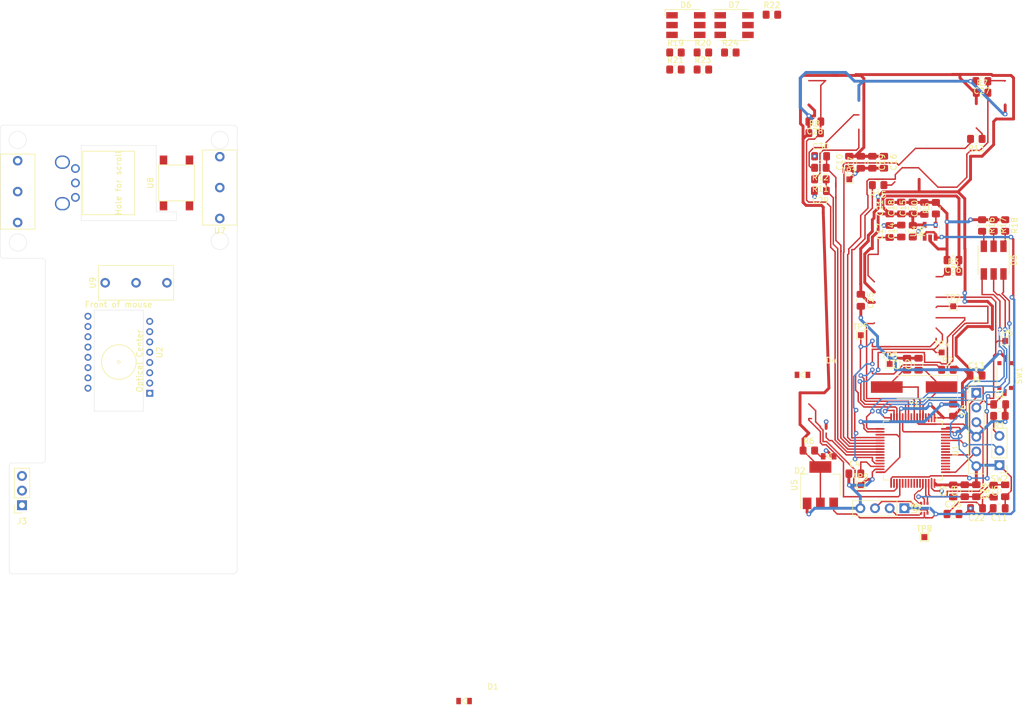
<source format=kicad_pcb>
(kicad_pcb (version 20171130) (host pcbnew "(5.1.9)-1")
  (layers (0 F.Cu signal) (31 B.Cu signal) (34 B.Paste user) (35 F.Paste user) (36 B.SilkS user) (37 F.SilkS user) (38 B.Mask user) (39 F.Mask user) (44 Edge.Cuts user))
  (net 0 "")
  (net 1 GND)
  (net 2 "Net-(C2-Pad1)")
  (net 3 "Net-(C3-Pad1)")
  (net 4 "Net-(C4-Pad2)")
  (net 5 +1V0)
  (net 6 +5V)
  (net 7 RightB)
  (net 8 LeftB)
  (net 9 WheelA)
  (net 10 WheelB)
  (net 11 "Net-(D2-Pad2)")
  (net 12 Turbo_LED)
  (net 13 "Net-(D5-Pad1)")
  (net 14 "Net-(D5-Pad2)")
  (net 15 "Net-(D5-Pad3)")
  (net 16 "Net-(J2-Pad2)")
  (net 17 "Net-(J2-Pad3)")
  (net 18 "Net-(R1-Pad2)")
  (net 19 MISO)
  (net 20 "Net-(R4-Pad2)")
  (net 21 SideFront)
  (net 22 SideBack)
  (net 23 "Net-(R11-Pad2)")
  (net 24 "Net-(R12-Pad2)")
  (net 25 "Net-(R13-Pad1)")
  (net 26 WheelButton)
  (net 27 "Net-(R15-Pad1)")
  (net 28 Turbo)
  (net 29 MOSI)
  (net 30 MOTION)
  (net 31 NCS)
  (net 32 D-)
  (net 33 D+)
  (net 34 "Net-(U1-Pad2)")
  (net 35 "Net-(U1-Pad3)")
  (net 36 "Net-(U1-Pad4)")
  (net 37 NRESET)
  (net 38 "Net-(U1-Pad9)")
  (net 39 "Net-(U1-Pad27)")
  (net 40 "Net-(U1-Pad28)")
  (net 41 SCK)
  (net 42 "Net-(U1-Pad34)")
  (net 43 "Net-(U1-Pad37)")
  (net 44 "Net-(U1-Pad38)")
  (net 45 "Net-(U1-Pad39)")
  (net 46 "Net-(U1-Pad40)")
  (net 47 "Net-(U1-Pad41)")
  (net 48 "Net-(U1-Pad42)")
  (net 49 "Net-(U1-Pad43)")
  (net 50 "Net-(U1-Pad50)")
  (net 51 "Net-(U1-Pad51)")
  (net 52 "Net-(U1-Pad52)")
  (net 53 "Net-(U1-Pad53)")
  (net 54 "Net-(U1-Pad54)")
  (net 55 "Net-(U1-Pad56)")
  (net 56 "Net-(U1-Pad57)")
  (net 57 "Net-(U1-Pad58)")
  (net 58 "Net-(U1-Pad59)")
  (net 59 "Net-(U1-Pad61)")
  (net 60 "Net-(U1-Pad62)")
  (net 61 "Net-(U2-Pad1)")
  (net 62 "Net-(U2-Pad2)")
  (net 63 "Net-(U2-Pad6)")
  (net 64 "Net-(U2-Pad14)")
  (net 65 "Net-(U2-Pad16)")
  (net 66 NRST)
  (net 67 VDDPIX)
  (net 68 B_LED)
  (net 69 G_LED)
  (net 70 R_LED)
  (net 71 SWO)
  (net 72 SWDIO)
  (net 73 SWCLK)
  (net 74 LED_1)
  (net 75 BOOT0)
  (net 76 VDDIO_3.3V)
  (net 77 "Net-(D6-Pad3)")
  (net 78 "Net-(D6-Pad2)")
  (net 79 "Net-(D6-Pad1)")
  (net 80 "Net-(D7-Pad1)")
  (net 81 "Net-(D7-Pad2)")
  (net 82 "Net-(D7-Pad3)")
  (net 83 "Net-(R7-Pad1)")
  (net 84 "Net-(R8-Pad2)")
  (net 85 "Net-(U8-Pad3)")
  (net 86 "Net-(U9-Pad3)")
  (net 87 "Net-(U8-Pad1)")
  (module Nuttali:PMW3389DM-T3QU (layer F.Cu) (at 72.5 105 270)
    (fp_text reference U2 (at -1.7 -7.06 270) (layer F.SilkS))
    (fp_text value PMW3389)
    (fp_text user "Optical Center" (at -0.19 -3.61 270) (layer F.SilkS))
    (fp_text user "Front of mouse" (at -10 0.03) (layer F.SilkS))
    (pad 16 thru_hole circle (at 4.51 5.33 270) (size 1.2 1.2) (drill 0.7) (layers *.Cu *.Mask) (net 65 "Net-(U2-Pad16)"))
    (pad 15 thru_hole circle (at 2.73 5.33 270) (size 1.2 1.2) (drill 0.7) (layers *.Cu *.Mask) (net 74 LED_1))
    (pad 14 thru_hole circle (at 0.95 5.33 270) (size 1.2 1.2) (drill 0.7) (layers *.Cu *.Mask) (net 64 "Net-(U2-Pad14)"))
    (pad 13 thru_hole circle (at -0.83 5.33 270) (size 1.2 1.2) (drill 0.7) (layers *.Cu *.Mask) (net 31 NCS))
    (pad 12 thru_hole circle (at -2.61 5.33 270) (size 1.2 1.2) (drill 0.7) (layers *.Cu *.Mask) (net 19 MISO))
    (pad 11 thru_hole circle (at -4.39 5.33 270) (size 1.2 1.2) (drill 0.7) (layers *.Cu *.Mask) (net 29 MOSI))
    (pad 10 thru_hole circle (at -6.17 5.33 270) (size 1.2 1.2) (drill 0.7) (layers *.Cu *.Mask) (net 41 SCK))
    (pad 9 thru_hole circle (at -7.95 5.33 270) (size 1.2 1.2) (drill 0.7) (layers *.Cu *.Mask) (net 30 MOTION))
    (pad 1 thru_hole rect (at 5.4 -5.37 270) (size 1.2 1.2) (drill 0.7) (layers *.Cu *.Mask) (net 61 "Net-(U2-Pad1)"))
    (pad 2 thru_hole circle (at 3.62 -5.37 270) (size 1.2 1.2) (drill 0.7) (layers *.Cu *.Mask) (net 62 "Net-(U2-Pad2)"))
    (pad 3 thru_hole circle (at 1.84 -5.37 270) (size 1.2 1.2) (drill 0.7) (layers *.Cu *.Mask) (net 67 VDDPIX))
    (pad 4 thru_hole circle (at 0.06 -5.37 270) (size 1.2 1.2) (drill 0.7) (layers *.Cu *.Mask) (net 5 +1V0))
    (pad 5 thru_hole circle (at -1.72 -5.37 270) (size 1.2 1.2) (drill 0.7) (layers *.Cu *.Mask) (net 76 VDDIO_3.3V))
    (pad 6 thru_hole circle (at -3.5 -5.37 270) (size 1.2 1.2) (drill 0.7) (layers *.Cu *.Mask) (net 63 "Net-(U2-Pad6)"))
    (pad 7 thru_hole circle (at -5.28 -5.37 270) (size 1.2 1.2) (drill 0.7) (layers *.Cu *.Mask) (net 37 NRESET))
    (pad 8 thru_hole circle (at -7.06 -5.37 270) (size 1.2 1.2) (drill 0.7) (layers *.Cu *.Mask) (net 1 GND))
  )
  (module Nuttali:Encoder (layer F.Cu) (at 62.75 73.95 90)
    (fp_text reference SW8)
    (fp_text value Rotary_Encoder)
    (fp_text user "Hole for scroll" (at 0 9.7 90) (layer F.SilkS))
    (pad "" thru_hole oval (at -3.6 0 90) (size 2.3 2.6) (drill oval 1.8 2.1) (layers *.Cu *.Mask))
    (pad "" thru_hole oval (at 3.6 0 90) (size 2.3 2.6) (drill oval 1.8 2.1) (layers *.Cu *.Mask))
    (pad C thru_hole circle (at 2.5 2.25 90) (size 1.524 1.524) (drill 1) (layers *.Cu *.Mask) (net 1 GND))
    (pad A thru_hole circle (at -2.5 2.25 90) (size 1.524 1.524) (drill 1) (layers *.Cu *.Mask) (net 23 "Net-(R11-Pad2)"))
    (pad B thru_hole circle (at 0 2.25 90) (size 1.524 1.524) (drill 1) (layers *.Cu *.Mask) (net 24 "Net-(R12-Pad2)"))
  )
  (module Capacitor_SMD:C_0805_2012Metric_Pad1.18x1.45mm_HandSolder (layer F.Cu) (at 225.0375 112.32)
    (fp_text reference C1 (at 0 -1.68) (layer F.SilkS))
    (fp_text value 100nF)
    (pad 1 smd roundrect (at -1.0375 0) (size 1.175 1.45) (layers F.Cu F.Paste F.Mask) (roundrect_rratio 0.212766) (net 66 NRST))
    (pad 2 smd roundrect (at 1.0375 0) (size 1.175 1.45) (layers F.Cu F.Paste F.Mask) (roundrect_rratio 0.212766) (net 1 GND))
  )
  (module Capacitor_SMD:C_0805_2012Metric_Pad1.18x1.45mm_HandSolder (layer F.Cu) (at 211 105.3575 90)
    (fp_text reference C2 (at 0 -1.68 90) (layer F.SilkS))
    (fp_text value 22uF)
    (pad 1 smd roundrect (at -1.0375 0 90) (size 1.175 1.45) (layers F.Cu F.Paste F.Mask) (roundrect_rratio 0.212766) (net 2 "Net-(C2-Pad1)"))
    (pad 2 smd roundrect (at 1.0375 0 90) (size 1.175 1.45) (layers F.Cu F.Paste F.Mask) (roundrect_rratio 0.212766) (net 1 GND))
  )
  (module Capacitor_SMD:C_0805_2012Metric_Pad1.18x1.45mm_HandSolder (layer F.Cu) (at 209 105.3575 90)
    (fp_text reference C3 (at 0 -1.68 90) (layer F.SilkS))
    (fp_text value 22uF)
    (pad 2 smd roundrect (at 1.0375 0 90) (size 1.175 1.45) (layers F.Cu F.Paste F.Mask) (roundrect_rratio 0.212766) (net 1 GND))
    (pad 1 smd roundrect (at -1.0375 0 90) (size 1.175 1.45) (layers F.Cu F.Paste F.Mask) (roundrect_rratio 0.212766) (net 3 "Net-(C3-Pad1)"))
  )
  (module Capacitor_SMD:C_0805_2012Metric_Pad1.18x1.45mm_HandSolder (layer F.Cu) (at 199.9625 124.32)
    (fp_text reference C4 (at 0 -1.68) (layer F.SilkS))
    (fp_text value 4.7uF)
    (pad 2 smd roundrect (at 1.0375 0) (size 1.175 1.45) (layers F.Cu F.Paste F.Mask) (roundrect_rratio 0.212766) (net 4 "Net-(C4-Pad2)"))
    (pad 1 smd roundrect (at -1.0375 0) (size 1.175 1.45) (layers F.Cu F.Paste F.Mask) (roundrect_rratio 0.212766) (net 1 GND))
  )
  (module Capacitor_SMD:C_0805_2012Metric_Pad1.18x1.45mm_HandSolder (layer F.Cu) (at 226 127.2825 90)
    (fp_text reference C5 (at 0 -1.68 90) (layer F.SilkS))
    (fp_text value 4.7uF)
    (pad 1 smd roundrect (at -1.0375 0 90) (size 1.175 1.45) (layers F.Cu F.Paste F.Mask) (roundrect_rratio 0.212766) (net 76 VDDIO_3.3V))
    (pad 2 smd roundrect (at 1.0375 0 90) (size 1.175 1.45) (layers F.Cu F.Paste F.Mask) (roundrect_rratio 0.212766) (net 1 GND))
  )
  (module Capacitor_SMD:C_0805_2012Metric_Pad1.18x1.45mm_HandSolder (layer F.Cu) (at 217 113.32 270)
    (fp_text reference C6 (at 0 -1.68 90) (layer F.SilkS))
    (fp_text value 100nF)
    (pad 2 smd roundrect (at 1.0375 0 270) (size 1.175 1.45) (layers F.Cu F.Paste F.Mask) (roundrect_rratio 0.212766) (net 76 VDDIO_3.3V))
    (pad 1 smd roundrect (at -1.0375 0 270) (size 1.175 1.45) (layers F.Cu F.Paste F.Mask) (roundrect_rratio 0.212766) (net 1 GND))
  )
  (module Capacitor_SMD:C_0805_2012Metric_Pad1.18x1.45mm_HandSolder (layer F.Cu) (at 201 70.3575 90)
    (fp_text reference C7 (at 0 -1.68 90) (layer F.SilkS))
    (fp_text value 100nF)
    (pad 2 smd roundrect (at 1.0375 0 90) (size 1.175 1.45) (layers F.Cu F.Paste F.Mask) (roundrect_rratio 0.212766) (net 76 VDDIO_3.3V))
    (pad 1 smd roundrect (at -1.0375 0 90) (size 1.175 1.45) (layers F.Cu F.Paste F.Mask) (roundrect_rratio 0.212766) (net 1 GND))
  )
  (module Capacitor_SMD:C_0805_2012Metric_Pad1.18x1.45mm_HandSolder (layer F.Cu) (at 219 127.2825 90)
    (fp_text reference C8 (at 0 -1.68 90) (layer F.SilkS))
    (fp_text value 100nF)
    (pad 1 smd roundrect (at -1.0375 0 90) (size 1.175 1.45) (layers F.Cu F.Paste F.Mask) (roundrect_rratio 0.212766) (net 1 GND))
    (pad 2 smd roundrect (at 1.0375 0 90) (size 1.175 1.45) (layers F.Cu F.Paste F.Mask) (roundrect_rratio 0.212766) (net 76 VDDIO_3.3V))
  )
  (module Capacitor_SMD:C_0805_2012Metric_Pad1.18x1.45mm_HandSolder (layer F.Cu) (at 217 127.32 90)
    (fp_text reference C9 (at 0 -1.68 90) (layer F.SilkS))
    (fp_text value 1uF)
    (pad 2 smd roundrect (at 1.0375 0 90) (size 1.175 1.45) (layers F.Cu F.Paste F.Mask) (roundrect_rratio 0.212766) (net 76 VDDIO_3.3V))
    (pad 1 smd roundrect (at -1.0375 0 90) (size 1.175 1.45) (layers F.Cu F.Paste F.Mask) (roundrect_rratio 0.212766) (net 1 GND))
  )
  (module Capacitor_SMD:C_0805_2012Metric_Pad1.18x1.45mm_HandSolder (layer F.Cu) (at 199 70.3575 90)
    (fp_text reference C10 (at 0 -1.68 90) (layer F.SilkS))
    (fp_text value 100nF)
    (pad 1 smd roundrect (at -1.0375 0 90) (size 1.175 1.45) (layers F.Cu F.Paste F.Mask) (roundrect_rratio 0.212766) (net 1 GND))
    (pad 2 smd roundrect (at 1.0375 0 90) (size 1.175 1.45) (layers F.Cu F.Paste F.Mask) (roundrect_rratio 0.212766) (net 76 VDDIO_3.3V))
  )
  (module Capacitor_SMD:C_0805_2012Metric_Pad1.18x1.45mm_HandSolder (layer F.Cu) (at 224.9625 130.32 180)
    (fp_text reference C11 (at 0 -1.68) (layer F.SilkS))
    (fp_text value 100nF)
    (pad 1 smd roundrect (at -1.0375 0 180) (size 1.175 1.45) (layers F.Cu F.Paste F.Mask) (roundrect_rratio 0.212766) (net 76 VDDIO_3.3V))
    (pad 2 smd roundrect (at 1.0375 0 180) (size 1.175 1.45) (layers F.Cu F.Paste F.Mask) (roundrect_rratio 0.212766) (net 1 GND))
  )
  (module Capacitor_SMD:C_0805_2012Metric_Pad1.18x1.45mm_HandSolder (layer F.Cu) (at 221 127.2825 270)
    (fp_text reference C12 (at 0 -1.68 90) (layer F.SilkS))
    (fp_text value 100nF)
    (pad 2 smd roundrect (at 1.0375 0 270) (size 1.175 1.45) (layers F.Cu F.Paste F.Mask) (roundrect_rratio 0.212766) (net 1 GND))
    (pad 1 smd roundrect (at -1.0375 0 270) (size 1.175 1.45) (layers F.Cu F.Paste F.Mask) (roundrect_rratio 0.212766) (net 76 VDDIO_3.3V))
  )
  (module Capacitor_SMD:C_0805_2012Metric_Pad1.18x1.45mm_HandSolder (layer F.Cu) (at 220.9625 107.32)
    (fp_text reference C13 (at 0 -1.68) (layer F.SilkS))
    (fp_text value 100nF)
    (pad 1 smd roundrect (at -1.0375 0) (size 1.175 1.45) (layers F.Cu F.Paste F.Mask) (roundrect_rratio 0.212766) (net 76 VDDIO_3.3V))
    (pad 2 smd roundrect (at 1.0375 0) (size 1.175 1.45) (layers F.Cu F.Paste F.Mask) (roundrect_rratio 0.212766) (net 1 GND))
  )
  (module Capacitor_SMD:C_0805_2012Metric_Pad1.18x1.45mm_HandSolder (layer F.Cu) (at 208 82.2825 90)
    (fp_text reference C14 (at 0 -1.68 90) (layer F.SilkS))
    (fp_text value 100nF)
    (pad 1 smd roundrect (at -1.0375 0 90) (size 1.175 1.45) (layers F.Cu F.Paste F.Mask) (roundrect_rratio 0.212766) (net 67 VDDPIX))
    (pad 2 smd roundrect (at 1.0375 0 90) (size 1.175 1.45) (layers F.Cu F.Paste F.Mask) (roundrect_rratio 0.212766) (net 1 GND))
  )
  (module Capacitor_SMD:C_0805_2012Metric_Pad1.18x1.45mm_HandSolder (layer F.Cu) (at 210 78.2825 90)
    (fp_text reference C15 (at 0 -1.68 90) (layer F.SilkS))
    (fp_text value 100uF)
    (pad 2 smd roundrect (at 1.0375 0 90) (size 1.175 1.45) (layers F.Cu F.Paste F.Mask) (roundrect_rratio 0.212766) (net 1 GND))
    (pad 1 smd roundrect (at -1.0375 0 90) (size 1.175 1.45) (layers F.Cu F.Paste F.Mask) (roundrect_rratio 0.212766) (net 5 +1V0))
  )
  (module Capacitor_SMD:C_0805_2012Metric_Pad1.18x1.45mm_HandSolder (layer F.Cu) (at 205 70.3575 270)
    (fp_text reference C16 (at 0 -1.68 90) (layer F.SilkS))
    (fp_text value 10uF)
    (pad 1 smd roundrect (at -1.0375 0 270) (size 1.175 1.45) (layers F.Cu F.Paste F.Mask) (roundrect_rratio 0.212766) (net 76 VDDIO_3.3V))
    (pad 2 smd roundrect (at 1.0375 0 270) (size 1.175 1.45) (layers F.Cu F.Paste F.Mask) (roundrect_rratio 0.212766) (net 1 GND))
  )
  (module Capacitor_SMD:C_0805_2012Metric_Pad1.18x1.45mm_HandSolder (layer F.Cu) (at 206 82.3575 90)
    (fp_text reference C17 (at 0 -1.68 90) (layer F.SilkS))
    (fp_text value 4.7μF/10V)
    (pad 2 smd roundrect (at 1.0375 0 90) (size 1.175 1.45) (layers F.Cu F.Paste F.Mask) (roundrect_rratio 0.212766) (net 1 GND))
    (pad 1 smd roundrect (at -1.0375 0 90) (size 1.175 1.45) (layers F.Cu F.Paste F.Mask) (roundrect_rratio 0.212766) (net 67 VDDPIX))
  )
  (module Capacitor_SMD:C_0805_2012Metric_Pad1.18x1.45mm_HandSolder (layer F.Cu) (at 208 78.2825 90)
    (fp_text reference C18 (at 0 -1.68 90) (layer F.SilkS))
    (fp_text value 10uF)
    (pad 1 smd roundrect (at -1.0375 0 90) (size 1.175 1.45) (layers F.Cu F.Paste F.Mask) (roundrect_rratio 0.212766) (net 5 +1V0))
    (pad 2 smd roundrect (at 1.0375 0 90) (size 1.175 1.45) (layers F.Cu F.Paste F.Mask) (roundrect_rratio 0.212766) (net 1 GND))
  )
  (module Capacitor_SMD:C_0805_2012Metric_Pad1.18x1.45mm_HandSolder (layer F.Cu) (at 203 70.3575 270)
    (fp_text reference C19 (at 0 -1.68 90) (layer F.SilkS))
    (fp_text value 100nF)
    (pad 2 smd roundrect (at 1.0375 0 270) (size 1.175 1.45) (layers F.Cu F.Paste F.Mask) (roundrect_rratio 0.212766) (net 1 GND))
    (pad 1 smd roundrect (at -1.0375 0 270) (size 1.175 1.45) (layers F.Cu F.Paste F.Mask) (roundrect_rratio 0.212766) (net 76 VDDIO_3.3V))
  )
  (module Capacitor_SMD:C_0805_2012Metric_Pad1.18x1.45mm_HandSolder (layer F.Cu) (at 212 78.3575 90)
    (fp_text reference C20 (at 0 -1.68 90) (layer F.SilkS))
    (fp_text value 10uF)
    (pad 2 smd roundrect (at 1.0375 0 90) (size 1.175 1.45) (layers F.Cu F.Paste F.Mask) (roundrect_rratio 0.212766) (net 1 GND))
    (pad 1 smd roundrect (at -1.0375 0 90) (size 1.175 1.45) (layers F.Cu F.Paste F.Mask) (roundrect_rratio 0.212766) (net 5 +1V0))
  )
  (module Capacitor_SMD:C_0805_2012Metric_Pad1.18x1.45mm_HandSolder (layer F.Cu) (at 206 78.2825 90)
    (fp_text reference C21 (at 0 -1.68 90) (layer F.SilkS))
    (fp_text value 100nF)
    (pad 2 smd roundrect (at 1.0375 0 90) (size 1.175 1.45) (layers F.Cu F.Paste F.Mask) (roundrect_rratio 0.212766) (net 1 GND))
    (pad 1 smd roundrect (at -1.0375 0 90) (size 1.175 1.45) (layers F.Cu F.Paste F.Mask) (roundrect_rratio 0.212766) (net 5 +1V0))
  )
  (module Capacitor_SMD:C_0805_2012Metric_Pad1.18x1.45mm_HandSolder (layer F.Cu) (at 221.0375 130.32 180)
    (fp_text reference C22 (at 0 -1.68) (layer F.SilkS))
    (fp_text value 100nf)
    (pad 1 smd roundrect (at -1.0375 0 180) (size 1.175 1.45) (layers F.Cu F.Paste F.Mask) (roundrect_rratio 0.212766) (net 6 +5V))
    (pad 2 smd roundrect (at 1.0375 0 180) (size 1.175 1.45) (layers F.Cu F.Paste F.Mask) (roundrect_rratio 0.212766) (net 1 GND))
  )
  (module Capacitor_SMD:C_0805_2012Metric_Pad1.18x1.45mm_HandSolder (layer F.Cu) (at 216.9625 131.32)
    (fp_text reference C23 (at 0 -1.68) (layer F.SilkS))
    (fp_text value 4.7uF)
    (pad 1 smd roundrect (at -1.0375 0) (size 1.175 1.45) (layers F.Cu F.Paste F.Mask) (roundrect_rratio 0.212766) (net 6 +5V))
    (pad 2 smd roundrect (at 1.0375 0) (size 1.175 1.45) (layers F.Cu F.Paste F.Mask) (roundrect_rratio 0.212766) (net 1 GND))
  )
  (module Capacitor_SMD:C_0805_2012Metric_Pad1.18x1.45mm_HandSolder (layer F.Cu) (at 224 127.3575 90)
    (fp_text reference C24 (at 0 -1.68 90) (layer F.SilkS))
    (fp_text value 1uF)
    (pad 2 smd roundrect (at 1.0375 0 90) (size 1.175 1.45) (layers F.Cu F.Paste F.Mask) (roundrect_rratio 0.212766) (net 1 GND))
    (pad 1 smd roundrect (at -1.0375 0 90) (size 1.175 1.45) (layers F.Cu F.Paste F.Mask) (roundrect_rratio 0.212766) (net 6 +5V))
  )
  (module Capacitor_SMD:C_0805_2012Metric_Pad1.18x1.45mm_HandSolder (layer F.Cu) (at 201 94.2825 270)
    (fp_text reference C25 (at 0 -1.68 90) (layer F.SilkS))
    (fp_text value 4.7uF)
    (pad 2 smd roundrect (at 1.0375 0 270) (size 1.175 1.45) (layers F.Cu F.Paste F.Mask) (roundrect_rratio 0.212766) (net 1 GND))
    (pad 1 smd roundrect (at -1.0375 0 270) (size 1.175 1.45) (layers F.Cu F.Paste F.Mask) (roundrect_rratio 0.212766) (net 76 VDDIO_3.3V))
  )
  (module Capacitor_SMD:C_0805_2012Metric_Pad1.18x1.45mm_HandSolder (layer F.Cu) (at 216.9625 87.32 180)
    (fp_text reference C26 (at 0 -1.68) (layer F.SilkS))
    (fp_text value 2.2uF)
    (pad 1 smd roundrect (at -1.0375 0 180) (size 1.175 1.45) (layers F.Cu F.Paste F.Mask) (roundrect_rratio 0.212766) (net 5 +1V0))
    (pad 2 smd roundrect (at 1.0375 0 180) (size 1.175 1.45) (layers F.Cu F.Paste F.Mask) (roundrect_rratio 0.212766) (net 1 GND))
  )
  (module Capacitor_SMD:C_0805_2012Metric_Pad1.18x1.45mm_HandSolder (layer F.Cu) (at 221.9625 56.32 180)
    (fp_text reference C27 (at 0 -1.68) (layer F.SilkS))
    (fp_text value C)
    (pad 2 smd roundrect (at 1.0375 0 180) (size 1.175 1.45) (layers F.Cu F.Paste F.Mask) (roundrect_rratio 0.212766) (net 1 GND))
    (pad 1 smd roundrect (at -1.0375 0 180) (size 1.175 1.45) (layers F.Cu F.Paste F.Mask) (roundrect_rratio 0.212766) (net 7 RightB))
  )
  (module Capacitor_SMD:C_0805_2012Metric_Pad1.18x1.45mm_HandSolder (layer F.Cu) (at 193.0375 63.32 180)
    (fp_text reference C28 (at 0 -1.68) (layer F.SilkS))
    (fp_text value C)
    (pad 1 smd roundrect (at -1.0375 0 180) (size 1.175 1.45) (layers F.Cu F.Paste F.Mask) (roundrect_rratio 0.212766) (net 8 LeftB))
    (pad 2 smd roundrect (at 1.0375 0 180) (size 1.175 1.45) (layers F.Cu F.Paste F.Mask) (roundrect_rratio 0.212766) (net 1 GND))
  )
  (module Capacitor_SMD:C_0805_2012Metric_Pad1.18x1.45mm_HandSolder (layer F.Cu) (at 194 75.32 180)
    (fp_text reference C29 (at 0 -1.68) (layer F.SilkS))
    (fp_text value C)
    (pad 2 smd roundrect (at 1.0375 0 180) (size 1.175 1.45) (layers F.Cu F.Paste F.Mask) (roundrect_rratio 0.212766) (net 1 GND))
    (pad 1 smd roundrect (at -1.0375 0 180) (size 1.175 1.45) (layers F.Cu F.Paste F.Mask) (roundrect_rratio 0.212766) (net 9 WheelA))
  )
  (module Capacitor_SMD:C_0805_2012Metric_Pad1.18x1.45mm_HandSolder (layer F.Cu) (at 194.0375 69.32)
    (fp_text reference C30 (at 0 -1.68) (layer F.SilkS))
    (fp_text value C)
    (pad 1 smd roundrect (at -1.0375 0) (size 1.175 1.45) (layers F.Cu F.Paste F.Mask) (roundrect_rratio 0.212766) (net 1 GND))
    (pad 2 smd roundrect (at 1.0375 0) (size 1.175 1.45) (layers F.Cu F.Paste F.Mask) (roundrect_rratio 0.212766) (net 10 WheelB))
  )
  (module LED_SMD:LED_RGB_5050-6 (layer F.Cu) (at 224 87.32 270)
    (fp_text reference D5 (at 0 -3.5 270) (layer F.SilkS))
    (fp_text value LED_RGB)
    (pad 1 smd rect (at -2.4 -1.7) (size 1.1 2) (layers F.Cu F.Paste F.Mask) (net 13 "Net-(D5-Pad1)"))
    (pad 2 smd rect (at -2.4 0) (size 1.1 2) (layers F.Cu F.Paste F.Mask) (net 14 "Net-(D5-Pad2)"))
    (pad 3 smd rect (at -2.4 1.7) (size 1.1 2) (layers F.Cu F.Paste F.Mask) (net 15 "Net-(D5-Pad3)"))
    (pad 4 smd rect (at 2.4 1.7) (size 1.1 2) (layers F.Cu F.Paste F.Mask) (net 68 B_LED))
    (pad 5 smd rect (at 2.4 0) (size 1.1 2) (layers F.Cu F.Paste F.Mask) (net 69 G_LED))
    (pad 6 smd rect (at 2.4 -1.7) (size 1.1 2) (layers F.Cu F.Paste F.Mask) (net 70 R_LED))
  )
  (module Connector_PinHeader_2.54mm:PinHeader_1x06_P2.54mm_Vertical (layer F.Cu) (at 221 110.32)
    (fp_text reference J1 (at 0 -2.33) (layer F.SilkS))
    (fp_text value SWD)
    (pad 1 thru_hole rect (at 0 0) (size 1.7 1.7) (drill 1) (layers *.Cu *.Mask) (net 71 SWO))
    (pad 2 thru_hole oval (at 0 2.54) (size 1.7 1.7) (drill 1) (layers *.Cu *.Mask) (net 66 NRST))
    (pad 3 thru_hole oval (at 0 5.08) (size 1.7 1.7) (drill 1) (layers *.Cu *.Mask) (net 72 SWDIO))
    (pad 4 thru_hole oval (at 0 7.62) (size 1.7 1.7) (drill 1) (layers *.Cu *.Mask) (net 1 GND))
    (pad 5 thru_hole oval (at 0 10.16) (size 1.7 1.7) (drill 1) (layers *.Cu *.Mask) (net 73 SWCLK))
    (pad 6 thru_hole oval (at 0 12.7) (size 1.7 1.7) (drill 1) (layers *.Cu *.Mask) (net 76 VDDIO_3.3V))
  )
  (module Connector_PinHeader_2.54mm:PinHeader_1x04_P2.54mm_Vertical (layer F.Cu) (at 208.54 130.32 270)
    (fp_text reference J2 (at 0 -2.33 90) (layer F.SilkS))
    (fp_text value B4B-XH-A)
    (pad 1 thru_hole rect (at 0 0 270) (size 1.7 1.7) (drill 1) (layers *.Cu *.Mask) (net 6 +5V))
    (pad 2 thru_hole oval (at 0 2.54 270) (size 1.7 1.7) (drill 1) (layers *.Cu *.Mask) (net 16 "Net-(J2-Pad2)"))
    (pad 3 thru_hole oval (at 0 5.08 270) (size 1.7 1.7) (drill 1) (layers *.Cu *.Mask) (net 17 "Net-(J2-Pad3)"))
    (pad 4 thru_hole oval (at 0 7.62 270) (size 1.7 1.7) (drill 1) (layers *.Cu *.Mask) (net 1 GND))
  )
  (module Resistor_SMD:R_0805_2012Metric_Pad1.20x1.40mm_HandSolder (layer F.Cu) (at 225 114.32 180)
    (fp_text reference R1 (at 0 -1.65) (layer F.SilkS))
    (fp_text value 10k)
    (pad 2 smd roundrect (at 1 0 180) (size 1.2 1.4) (layers F.Cu F.Paste F.Mask) (roundrect_rratio 0.208333) (net 18 "Net-(R1-Pad2)"))
    (pad 1 smd roundrect (at -1 0 180) (size 1.2 1.4) (layers F.Cu F.Paste F.Mask) (roundrect_rratio 0.208333) (net 1 GND))
  )
  (module Resistor_SMD:R_0805_2012Metric_Pad1.20x1.40mm_HandSolder (layer F.Cu) (at 216 106.32)
    (fp_text reference R2 (at 0 -1.65) (layer F.SilkS))
    (fp_text value 10k)
    (pad 2 smd roundrect (at 1 0) (size 1.2 1.4) (layers F.Cu F.Paste F.Mask) (roundrect_rratio 0.208333) (net 76 VDDIO_3.3V))
    (pad 1 smd roundrect (at -1 0) (size 1.2 1.4) (layers F.Cu F.Paste F.Mask) (roundrect_rratio 0.208333) (net 19 MISO))
  )
  (module Resistor_SMD:R_0805_2012Metric_Pad1.20x1.40mm_HandSolder (layer F.Cu) (at 217 89.32)
    (fp_text reference R3 (at 0 -1.65) (layer F.SilkS))
    (fp_text value 13)
    (pad 2 smd roundrect (at 1 0) (size 1.2 1.4) (layers F.Cu F.Paste F.Mask) (roundrect_rratio 0.208333) (net 5 +1V0))
    (pad 1 smd roundrect (at -1 0) (size 1.2 1.4) (layers F.Cu F.Paste F.Mask) (roundrect_rratio 0.208333) (net 74 LED_1))
  )
  (module Resistor_SMD:R_0805_2012Metric_Pad1.20x1.40mm_HandSolder (layer F.Cu) (at 210 82.32 270)
    (fp_text reference R4 (at 0 -1.65 90) (layer F.SilkS))
    (fp_text value 1000)
    (pad 1 smd roundrect (at -1 0 270) (size 1.2 1.4) (layers F.Cu F.Paste F.Mask) (roundrect_rratio 0.208333) (net 5 +1V0))
    (pad 2 smd roundrect (at 1 0 270) (size 1.2 1.4) (layers F.Cu F.Paste F.Mask) (roundrect_rratio 0.208333) (net 20 "Net-(R4-Pad2)"))
  )
  (module Resistor_SMD:R_0805_2012Metric_Pad1.20x1.40mm_HandSolder (layer F.Cu) (at 214 78.32 90)
    (fp_text reference R5 (at 0 -1.65 90) (layer F.SilkS))
    (fp_text value 1800)
    (pad 1 smd roundrect (at -1 0 90) (size 1.2 1.4) (layers F.Cu F.Paste F.Mask) (roundrect_rratio 0.208333) (net 20 "Net-(R4-Pad2)"))
    (pad 2 smd roundrect (at 1 0 90) (size 1.2 1.4) (layers F.Cu F.Paste F.Mask) (roundrect_rratio 0.208333) (net 1 GND))
  )
  (module Resistor_SMD:R_0805_2012Metric_Pad1.20x1.40mm_HandSolder (layer F.Cu) (at 192 120.32)
    (fp_text reference R6 (at 0 -1.65) (layer F.SilkS))
    (fp_text value 68)
    (pad 2 smd roundrect (at 1 0) (size 1.2 1.4) (layers F.Cu F.Paste F.Mask) (roundrect_rratio 0.208333) (net 11 "Net-(D2-Pad2)"))
    (pad 1 smd roundrect (at -1 0) (size 1.2 1.4) (layers F.Cu F.Paste F.Mask) (roundrect_rratio 0.208333) (net 76 VDDIO_3.3V))
  )
  (module Resistor_SMD:R_0805_2012Metric_Pad1.20x1.40mm_HandSolder (layer F.Cu) (at 222 58.32)
    (fp_text reference R7 (at 0 -1.65) (layer F.SilkS))
    (fp_text value 10k)
    (pad 2 smd roundrect (at 1 0) (size 1.2 1.4) (layers F.Cu F.Paste F.Mask) (roundrect_rratio 0.208333) (net 76 VDDIO_3.3V))
    (pad 1 smd roundrect (at -1 0) (size 1.2 1.4) (layers F.Cu F.Paste F.Mask) (roundrect_rratio 0.208333) (net 83 "Net-(R7-Pad1)"))
  )
  (module Resistor_SMD:R_0805_2012Metric_Pad1.20x1.40mm_HandSolder (layer F.Cu) (at 193 65.32)
    (fp_text reference R8 (at 0 -1.65) (layer F.SilkS))
    (fp_text value 10k)
    (pad 1 smd roundrect (at -1 0) (size 1.2 1.4) (layers F.Cu F.Paste F.Mask) (roundrect_rratio 0.208333) (net 76 VDDIO_3.3V))
    (pad 2 smd roundrect (at 1 0) (size 1.2 1.4) (layers F.Cu F.Paste F.Mask) (roundrect_rratio 0.208333) (net 84 "Net-(R8-Pad2)"))
  )
  (module Resistor_SMD:R_0805_2012Metric_Pad1.20x1.40mm_HandSolder (layer F.Cu) (at 194 73.32 180)
    (fp_text reference R11 (at 0 -1.65) (layer F.SilkS))
    (fp_text value 10k)
    (pad 2 smd roundrect (at 1 0 180) (size 1.2 1.4) (layers F.Cu F.Paste F.Mask) (roundrect_rratio 0.208333) (net 23 "Net-(R11-Pad2)"))
    (pad 1 smd roundrect (at -1 0 180) (size 1.2 1.4) (layers F.Cu F.Paste F.Mask) (roundrect_rratio 0.208333) (net 9 WheelA))
  )
  (module Resistor_SMD:R_0805_2012Metric_Pad1.20x1.40mm_HandSolder (layer F.Cu) (at 194 71.32 180)
    (fp_text reference R12 (at 0 -1.65) (layer F.SilkS))
    (fp_text value 10k)
    (pad 1 smd roundrect (at -1 0 180) (size 1.2 1.4) (layers F.Cu F.Paste F.Mask) (roundrect_rratio 0.208333) (net 10 WheelB))
    (pad 2 smd roundrect (at 1 0 180) (size 1.2 1.4) (layers F.Cu F.Paste F.Mask) (roundrect_rratio 0.208333) (net 24 "Net-(R12-Pad2)"))
  )
  (module Resistor_SMD:R_0805_2012Metric_Pad1.20x1.40mm_HandSolder (layer F.Cu) (at 221 66.32 180)
    (fp_text reference R13 (at 0 -1.65) (layer F.SilkS))
    (fp_text value 10k)
    (pad 1 smd roundrect (at -1 0 180) (size 1.2 1.4) (layers F.Cu F.Paste F.Mask) (roundrect_rratio 0.208333) (net 25 "Net-(R13-Pad1)"))
    (pad 2 smd roundrect (at 1 0 180) (size 1.2 1.4) (layers F.Cu F.Paste F.Mask) (roundrect_rratio 0.208333) (net 26 WheelButton))
  )
  (module Resistor_SMD:R_0805_2012Metric_Pad1.20x1.40mm_HandSolder (layer F.Cu) (at 204 74.32 180)
    (fp_text reference R15 (at 0 -1.65) (layer F.SilkS))
    (fp_text value 10k)
    (pad 2 smd roundrect (at 1 0 180) (size 1.2 1.4) (layers F.Cu F.Paste F.Mask) (roundrect_rratio 0.208333) (net 76 VDDIO_3.3V))
    (pad 1 smd roundrect (at -1 0 180) (size 1.2 1.4) (layers F.Cu F.Paste F.Mask) (roundrect_rratio 0.208333) (net 27 "Net-(R15-Pad1)"))
  )
  (module Resistor_SMD:R_0805_2012Metric_Pad1.20x1.40mm_HandSolder (layer F.Cu) (at 222 81.32 270)
    (fp_text reference R16 (at 0 -1.65 90) (layer F.SilkS))
    (fp_text value 220)
    (pad 2 smd roundrect (at 1 0 270) (size 1.2 1.4) (layers F.Cu F.Paste F.Mask) (roundrect_rratio 0.208333) (net 15 "Net-(D5-Pad3)"))
    (pad 1 smd roundrect (at -1 0 270) (size 1.2 1.4) (layers F.Cu F.Paste F.Mask) (roundrect_rratio 0.208333) (net 1 GND))
  )
  (module Resistor_SMD:R_0805_2012Metric_Pad1.20x1.40mm_HandSolder (layer F.Cu) (at 224 81.32 270)
    (fp_text reference R17 (at 0 -1.65 90) (layer F.SilkS))
    (fp_text value 220)
    (pad 2 smd roundrect (at 1 0 270) (size 1.2 1.4) (layers F.Cu F.Paste F.Mask) (roundrect_rratio 0.208333) (net 14 "Net-(D5-Pad2)"))
    (pad 1 smd roundrect (at -1 0 270) (size 1.2 1.4) (layers F.Cu F.Paste F.Mask) (roundrect_rratio 0.208333) (net 1 GND))
  )
  (module Resistor_SMD:R_0805_2012Metric_Pad1.20x1.40mm_HandSolder (layer F.Cu) (at 226 81.32 270)
    (fp_text reference R18 (at 0 -1.65 90) (layer F.SilkS))
    (fp_text value 220)
    (pad 1 smd roundrect (at -1 0 270) (size 1.2 1.4) (layers F.Cu F.Paste F.Mask) (roundrect_rratio 0.208333) (net 1 GND))
    (pad 2 smd roundrect (at 1 0 270) (size 1.2 1.4) (layers F.Cu F.Paste F.Mask) (roundrect_rratio 0.208333) (net 13 "Net-(D5-Pad1)"))
  )
  (module Button_Switch_SMD:SW_DIP_SPSTx01_Slide_Copal_CVS-01xB_W5.9mm_P1mm (layer F.Cu) (at 226 107.32 270)
    (fp_text reference SW1 (at 0 -2.41 90) (layer F.SilkS))
    (fp_text value SW_DPST_x2)
    (pad 1 smd rect (at -2.95 0 270) (size 1.2 0.5) (layers F.Cu F.Paste F.Mask) (net 1 GND))
    (pad 2 smd rect (at 2.95 0 270) (size 1.2 0.5) (layers F.Cu F.Paste F.Mask) (net 66 NRST))
    (pad 3 smd rect (at -2.15 -1 270) (size 0.7 0.7) (layers F.Cu F.Paste F.Mask))
    (pad 3 smd rect (at 2.15 -1 270) (size 0.7 0.7) (layers F.Cu F.Paste F.Mask))
    (pad 3 smd rect (at -2.15 1 270) (size 0.7 0.7) (layers F.Cu F.Paste F.Mask))
    (pad 3 smd rect (at 2.15 1 270) (size 0.7 0.7) (layers F.Cu F.Paste F.Mask))
  )
  (module Connector_PinHeader_2.54mm:PinHeader_1x03_P2.54mm_Vertical (layer F.Cu) (at 225 122.86 180)
    (fp_text reference SW2 (at 0 -2.33) (layer F.SilkS))
    (fp_text value "RND 210-00662")
    (pad 1 thru_hole rect (at 0 0 180) (size 1.7 1.7) (drill 1) (layers *.Cu *.Mask) (net 76 VDDIO_3.3V))
    (pad 2 thru_hole oval (at 0 2.54 180) (size 1.7 1.7) (drill 1) (layers *.Cu *.Mask) (net 75 BOOT0))
    (pad 3 thru_hole oval (at 0 5.08 180) (size 1.7 1.7) (drill 1) (layers *.Cu *.Mask) (net 18 "Net-(R1-Pad2)"))
  )
  (module TestPoint:TestPoint_Pad_1.0x1.0mm (layer F.Cu) (at 199 73.32)
    (fp_text reference TP1 (at 0 -1.448) (layer F.SilkS))
    (fp_text value TestPoint)
    (pad 1 smd rect (at 0 0) (size 1 1) (layers F.Cu F.Mask) (net 1 GND))
  )
  (module TestPoint:TestPoint_Pad_1.0x1.0mm (layer F.Cu) (at 217 95.32)
    (fp_text reference TP2 (at 0 -1.448) (layer F.SilkS))
    (fp_text value TestPoint)
    (pad 1 smd rect (at 0 0) (size 1 1) (layers F.Cu F.Mask) (net 19 MISO))
  )
  (module TestPoint:TestPoint_Pad_1.0x1.0mm (layer F.Cu) (at 206 105.32)
    (fp_text reference TP3 (at 0 -1.448) (layer F.SilkS))
    (fp_text value TestPoint)
    (pad 1 smd rect (at 0 0) (size 1 1) (layers F.Cu F.Mask) (net 29 MOSI))
  )
  (module TestPoint:TestPoint_Pad_1.0x1.0mm (layer F.Cu) (at 215 103.32)
    (fp_text reference TP4 (at 0 -1.448) (layer F.SilkS))
    (fp_text value TestPoint)
    (pad 1 smd rect (at 0 0) (size 1 1) (layers F.Cu F.Mask) (net 41 SCK))
  )
  (module TestPoint:TestPoint_Pad_1.0x1.0mm (layer F.Cu) (at 201 100.32)
    (fp_text reference TP5 (at 0 -1.448) (layer F.SilkS))
    (fp_text value TestPoint)
    (pad 1 smd rect (at 0 0) (size 1 1) (layers F.Cu F.Mask) (net 30 MOTION))
  )
  (module TestPoint:TestPoint_Pad_1.0x1.0mm (layer F.Cu) (at 226 101.32)
    (fp_text reference TP6 (at 0 -1.448) (layer F.SilkS))
    (fp_text value TestPoint)
    (pad 1 smd rect (at 0 0) (size 1 1) (layers F.Cu F.Mask) (net 31 NCS))
  )
  (module TestPoint:TestPoint_Pad_1.0x1.0mm (layer F.Cu) (at 212 135.32)
    (fp_text reference TP7 (at 0 -1.448) (layer F.SilkS))
    (fp_text value TestPoint)
    (pad 1 smd rect (at 0 0) (size 1 1) (layers F.Cu F.Mask) (net 32 D-))
  )
  (module TestPoint:TestPoint_Pad_1.0x1.0mm (layer F.Cu) (at 212 135.32)
    (fp_text reference TP8 (at 0 -1.448) (layer F.SilkS))
    (fp_text value TestPoint)
    (pad 1 smd rect (at 0 0) (size 1 1) (layers F.Cu F.Mask) (net 33 D+))
  )
  (module TestPoint:TestPoint_Pad_1.0x1.0mm (layer F.Cu) (at 201 126.32)
    (fp_text reference TP9 (at 0 -1.448) (layer F.SilkS))
    (fp_text value TestPoint)
    (pad 1 smd rect (at 0 0) (size 1 1) (layers F.Cu F.Mask) (net 1 GND))
  )
  (module Package_QFP:LQFP-64_10x10mm_P0.5mm (layer F.Cu) (at 210 120.32 270)
    (fp_text reference U1 (at 0 -7.4 90) (layer F.SilkS))
    (fp_text value STM32F411RETx)
    (pad 1 smd roundrect (at -5.675 -3.75 270) (size 1.55 0.3) (layers F.Cu F.Paste F.Mask) (net 76 VDDIO_3.3V))
    (pad 2 smd roundrect (at -5.675 -3.25 270) (size 1.55 0.3) (layers F.Cu F.Paste F.Mask) (net 34 "Net-(U1-Pad2)"))
    (pad 3 smd roundrect (at -5.675 -2.75 270) (size 1.55 0.3) (layers F.Cu F.Paste F.Mask) (net 35 "Net-(U1-Pad3)"))
    (pad 4 smd roundrect (at -5.675 -2.25 270) (size 1.55 0.3) (layers F.Cu F.Paste F.Mask) (net 36 "Net-(U1-Pad4)"))
    (pad 5 smd roundrect (at -5.675 -1.75 270) (size 1.55 0.3) (layers F.Cu F.Paste F.Mask) (net 2 "Net-(C2-Pad1)"))
    (pad 6 smd roundrect (at -5.675 -1.25 270) (size 1.55 0.3) (layers F.Cu F.Paste F.Mask) (net 3 "Net-(C3-Pad1)"))
    (pad 7 smd roundrect (at -5.675 -0.75 270) (size 1.55 0.3) (layers F.Cu F.Paste F.Mask) (net 66 NRST))
    (pad 8 smd roundrect (at -5.675 -0.25 270) (size 1.55 0.3) (layers F.Cu F.Paste F.Mask) (net 37 NRESET))
    (pad 9 smd roundrect (at -5.675 0.25 270) (size 1.55 0.3) (layers F.Cu F.Paste F.Mask) (net 38 "Net-(U1-Pad9)"))
    (pad 10 smd roundrect (at -5.675 0.75 270) (size 1.55 0.3) (layers F.Cu F.Paste F.Mask) (net 19 MISO))
    (pad 11 smd roundrect (at -5.675 1.25 270) (size 1.55 0.3) (layers F.Cu F.Paste F.Mask) (net 29 MOSI))
    (pad 12 smd roundrect (at -5.675 1.75 270) (size 1.55 0.3) (layers F.Cu F.Paste F.Mask) (net 1 GND))
    (pad 13 smd roundrect (at -5.675 2.25 270) (size 1.55 0.3) (layers F.Cu F.Paste F.Mask) (net 76 VDDIO_3.3V))
    (pad 14 smd roundrect (at -5.675 2.75 270) (size 1.55 0.3) (layers F.Cu F.Paste F.Mask) (net 30 MOTION))
    (pad 15 smd roundrect (at -5.675 3.25 270) (size 1.55 0.3) (layers F.Cu F.Paste F.Mask) (net 70 R_LED))
    (pad 16 smd roundrect (at -5.675 3.75 270) (size 1.55 0.3) (layers F.Cu F.Paste F.Mask) (net 69 G_LED))
    (pad 17 smd roundrect (at -3.75 5.675 270) (size 0.3 1.55) (layers F.Cu F.Paste F.Mask) (net 68 B_LED))
    (pad 18 smd roundrect (at -3.25 5.675 270) (size 0.3 1.55) (layers F.Cu F.Paste F.Mask) (net 1 GND))
    (pad 19 smd roundrect (at -2.75 5.675 270) (size 0.3 1.55) (layers F.Cu F.Paste F.Mask) (net 76 VDDIO_3.3V))
    (pad 20 smd roundrect (at -2.25 5.675 270) (size 0.3 1.55) (layers F.Cu F.Paste F.Mask) (net 28 Turbo))
    (pad 21 smd roundrect (at -1.75 5.675 270) (size 0.3 1.55) (layers F.Cu F.Paste F.Mask) (net 7 RightB))
    (pad 22 smd roundrect (at -1.25 5.675 270) (size 0.3 1.55) (layers F.Cu F.Paste F.Mask) (net 26 WheelButton))
    (pad 23 smd roundrect (at -0.75 5.675 270) (size 0.3 1.55) (layers F.Cu F.Paste F.Mask) (net 10 WheelB))
    (pad 24 smd roundrect (at -0.25 5.675 270) (size 0.3 1.55) (layers F.Cu F.Paste F.Mask) (net 9 WheelA))
    (pad 25 smd roundrect (at 0.25 5.675 270) (size 0.3 1.55) (layers F.Cu F.Paste F.Mask) (net 8 LeftB))
    (pad 26 smd roundrect (at 0.75 5.675 270) (size 0.3 1.55) (layers F.Cu F.Paste F.Mask) (net 12 Turbo_LED))
    (pad 27 smd roundrect (at 1.25 5.675 270) (size 0.3 1.55) (layers F.Cu F.Paste F.Mask) (net 39 "Net-(U1-Pad27)"))
    (pad 28 smd roundrect (at 1.75 5.675 270) (size 0.3 1.55) (layers F.Cu F.Paste F.Mask) (net 40 "Net-(U1-Pad28)"))
    (pad 29 smd roundrect (at 2.25 5.675 270) (size 0.3 1.55) (layers F.Cu F.Paste F.Mask) (net 41 SCK))
    (pad 30 smd roundrect (at 2.75 5.675 270) (size 0.3 1.55) (layers F.Cu F.Paste F.Mask) (net 4 "Net-(C4-Pad2)"))
    (pad 31 smd roundrect (at 3.25 5.675 270) (size 0.3 1.55) (layers F.Cu F.Paste F.Mask) (net 1 GND))
    (pad 32 smd roundrect (at 3.75 5.675 270) (size 0.3 1.55) (layers F.Cu F.Paste F.Mask) (net 76 VDDIO_3.3V))
    (pad 33 smd roundrect (at 5.675 3.75 270) (size 1.55 0.3) (layers F.Cu F.Paste F.Mask) (net 31 NCS))
    (pad 34 smd roundrect (at 5.675 3.25 270) (size 1.55 0.3) (layers F.Cu F.Paste F.Mask) (net 42 "Net-(U1-Pad34)"))
    (pad 35 smd roundrect (at 5.675 2.75 270) (size 1.55 0.3) (layers F.Cu F.Paste F.Mask) (net 21 SideFront))
    (pad 36 smd roundrect (at 5.675 2.25 270) (size 1.55 0.3) (layers F.Cu F.Paste F.Mask) (net 22 SideBack))
    (pad 37 smd roundrect (at 5.675 1.75 270) (size 1.55 0.3) (layers F.Cu F.Paste F.Mask) (net 43 "Net-(U1-Pad37)"))
    (pad 38 smd roundrect (at 5.675 1.25 270) (size 1.55 0.3) (layers F.Cu F.Paste F.Mask) (net 44 "Net-(U1-Pad38)"))
    (pad 39 smd roundrect (at 5.675 0.75 270) (size 1.55 0.3) (layers F.Cu F.Paste F.Mask) (net 45 "Net-(U1-Pad39)"))
    (pad 40 smd roundrect (at 5.675 0.25 270) (size 1.55 0.3) (layers F.Cu F.Paste F.Mask) (net 46 "Net-(U1-Pad40)"))
    (pad 41 smd roundrect (at 5.675 -0.25 270) (size 1.55 0.3) (layers F.Cu F.Paste F.Mask) (net 47 "Net-(U1-Pad41)"))
    (pad 42 smd roundrect (at 5.675 -0.75 270) (size 1.55 0.3) (layers F.Cu F.Paste F.Mask) (net 48 "Net-(U1-Pad42)"))
    (pad 43 smd roundrect (at 5.675 -1.25 270) (size 1.55 0.3) (layers F.Cu F.Paste F.Mask) (net 49 "Net-(U1-Pad43)"))
    (pad 44 smd roundrect (at 5.675 -1.75 270) (size 1.55 0.3) (layers F.Cu F.Paste F.Mask) (net 32 D-))
    (pad 45 smd roundrect (at 5.675 -2.25 270) (size 1.55 0.3) (layers F.Cu F.Paste F.Mask) (net 33 D+))
    (pad 46 smd roundrect (at 5.675 -2.75 270) (size 1.55 0.3) (layers F.Cu F.Paste F.Mask) (net 72 SWDIO))
    (pad 47 smd roundrect (at 5.675 -3.25 270) (size 1.55 0.3) (layers F.Cu F.Paste F.Mask) (net 1 GND))
    (pad 48 smd roundrect (at 5.675 -3.75 270) (size 1.55 0.3) (layers F.Cu F.Paste F.Mask) (net 76 VDDIO_3.3V))
    (pad 49 smd roundrect (at 3.75 -5.675 270) (size 0.3 1.55) (layers F.Cu F.Paste F.Mask) (net 73 SWCLK))
    (pad 50 smd roundrect (at 3.25 -5.675 270) (size 0.3 1.55) (layers F.Cu F.Paste F.Mask) (net 50 "Net-(U1-Pad50)"))
    (pad 51 smd roundrect (at 2.75 -5.675 270) (size 0.3 1.55) (layers F.Cu F.Paste F.Mask) (net 51 "Net-(U1-Pad51)"))
    (pad 52 smd roundrect (at 2.25 -5.675 270) (size 0.3 1.55) (layers F.Cu F.Paste F.Mask) (net 52 "Net-(U1-Pad52)"))
    (pad 53 smd roundrect (at 1.75 -5.675 270) (size 0.3 1.55) (layers F.Cu F.Paste F.Mask) (net 53 "Net-(U1-Pad53)"))
    (pad 54 smd roundrect (at 1.25 -5.675 270) (size 0.3 1.55) (layers F.Cu F.Paste F.Mask) (net 54 "Net-(U1-Pad54)"))
    (pad 55 smd roundrect (at 0.75 -5.675 270) (size 0.3 1.55) (layers F.Cu F.Paste F.Mask) (net 71 SWO))
    (pad 56 smd roundrect (at 0.25 -5.675 270) (size 0.3 1.55) (layers F.Cu F.Paste F.Mask) (net 55 "Net-(U1-Pad56)"))
    (pad 57 smd roundrect (at -0.25 -5.675 270) (size 0.3 1.55) (layers F.Cu F.Paste F.Mask) (net 56 "Net-(U1-Pad57)"))
    (pad 58 smd roundrect (at -0.75 -5.675 270) (size 0.3 1.55) (layers F.Cu F.Paste F.Mask) (net 57 "Net-(U1-Pad58)"))
    (pad 59 smd roundrect (at -1.25 -5.675 270) (size 0.3 1.55) (layers F.Cu F.Paste F.Mask) (net 58 "Net-(U1-Pad59)"))
    (pad 60 smd roundrect (at -1.75 -5.675 270) (size 0.3 1.55) (layers F.Cu F.Paste F.Mask) (net 75 BOOT0))
    (pad 61 smd roundrect (at -2.25 -5.675 270) (size 0.3 1.55) (layers F.Cu F.Paste F.Mask) (net 59 "Net-(U1-Pad61)"))
    (pad 62 smd roundrect (at -2.75 -5.675 270) (size 0.3 1.55) (layers F.Cu F.Paste F.Mask) (net 60 "Net-(U1-Pad62)"))
    (pad 63 smd roundrect (at -3.25 -5.675 270) (size 0.3 1.55) (layers F.Cu F.Paste F.Mask) (net 1 GND))
    (pad 64 smd roundrect (at -3.75 -5.675 270) (size 0.3 1.55) (layers F.Cu F.Paste F.Mask) (net 76 VDDIO_3.3V))
  )
  (module Package_TO_SOT_SMD:SOT-666 (layer F.Cu) (at 212 130.32 90)
    (fp_text reference U3 (at 0 -1.75 90) (layer F.SilkS))
    (fp_text value USBLC6-2P6)
    (pad 1 smd rect (at -0.85 -0.5375 90) (size 0.5 0.375) (layers F.Cu F.Paste F.Mask) (net 16 "Net-(J2-Pad2)"))
    (pad 3 smd rect (at -0.85 0.5375 90) (size 0.5 0.375) (layers F.Cu F.Paste F.Mask) (net 17 "Net-(J2-Pad3)"))
    (pad 5 smd rect (at 0.925 0 90) (size 0.65 0.3) (layers F.Cu F.Paste F.Mask) (net 1 GND))
    (pad 2 smd rect (at -0.925 0 90) (size 0.65 0.3) (layers F.Cu F.Paste F.Mask) (net 6 +5V))
    (pad 4 smd rect (at 0.85 0.5375 90) (size 0.5 0.375) (layers F.Cu F.Paste F.Mask) (net 33 D+))
    (pad 6 smd rect (at 0.85 -0.5375 90) (size 0.5 0.375) (layers F.Cu F.Paste F.Mask) (net 32 D-))
  )
  (module Package_TO_SOT_SMD:SOT-23-5 (layer F.Cu) (at 213 82.32 90)
    (fp_text reference U4 (at 0 -2.9 90) (layer F.SilkS))
    (fp_text value AP131-15)
    (pad 1 smd rect (at -1.1 -0.95 90) (size 1.06 0.65) (layers F.Cu F.Paste F.Mask) (net 6 +5V))
    (pad 2 smd rect (at -1.1 0 90) (size 1.06 0.65) (layers F.Cu F.Paste F.Mask) (net 1 GND))
    (pad 3 smd rect (at -1.1 0.95 90) (size 1.06 0.65) (layers F.Cu F.Paste F.Mask) (net 6 +5V))
    (pad 4 smd rect (at 1.1 0.95 90) (size 1.06 0.65) (layers F.Cu F.Paste F.Mask) (net 20 "Net-(R4-Pad2)"))
    (pad 5 smd rect (at 1.1 -0.95 90) (size 1.06 0.65) (layers F.Cu F.Paste F.Mask) (net 5 +1V0))
  )
  (module Package_TO_SOT_SMD:SOT-223-3_TabPin2 (layer F.Cu) (at 194 126.32 90)
    (fp_text reference U5 (at 0 -4.5 90) (layer F.SilkS))
    (fp_text value AP1117-15)
    (pad 2 smd rect (at 3.15 0 90) (size 2 3.8) (layers F.Cu F.Paste F.Mask) (net 76 VDDIO_3.3V))
    (pad 2 smd rect (at -3.15 0 90) (size 2 1.5) (layers F.Cu F.Paste F.Mask) (net 76 VDDIO_3.3V))
    (pad 3 smd rect (at -3.15 2.3 90) (size 2 1.5) (layers F.Cu F.Paste F.Mask) (net 6 +5V))
    (pad 1 smd rect (at -3.15 -2.3 90) (size 2 1.5) (layers F.Cu F.Paste F.Mask) (net 1 GND))
  )
  (module nya:Crystal_SMD_0603-2Pin_6.0x3.5mm_HandSoldering (layer F.Cu) (at 210.25 109.32 180)
    (fp_text reference Y1 (at 0 -2.95) (layer F.SilkS))
    (fp_text value 16Mhz)
    (pad 2 smd rect (at 4.75 0 180) (size 5.5 2) (layers F.Cu F.Paste F.Mask) (net 3 "Net-(C3-Pad1)"))
    (pad 1 smd rect (at -4.75 0 180) (size 5.5 2) (layers F.Cu F.Paste F.Mask) (net 2 "Net-(C2-Pad1)"))
  )
  (module Connector_PinSocket_2.54mm:PinSocket_1x03_P2.54mm_Vertical (layer F.Cu) (at 55.75 129.8 180)
    (fp_text reference J3 (at 0 -2.77) (layer F.SilkS))
    (fp_text value Conn_01x03_Male)
    (pad 3 thru_hole oval (at 0 5.08 180) (size 1.7 1.7) (drill 1) (layers *.Cu *.Mask) (net 21 SideFront))
    (pad 2 thru_hole oval (at 0 2.54 180) (size 1.7 1.7) (drill 1) (layers *.Cu *.Mask) (net 22 SideBack))
    (pad 1 thru_hole rect (at 0 0 180) (size 1.7 1.7) (drill 1) (layers *.Cu *.Mask) (net 76 VDDIO_3.3V))
  )
  (module LED_SMD:LED_RGB_5050-6 (layer F.Cu) (at 170.705001 46.595001)
    (fp_text reference D6 (at 0 -3.5 180) (layer F.SilkS))
    (fp_text value LED_RGB)
    (pad 6 smd rect (at 2.4 -1.7 90) (size 1.1 2) (layers F.Cu F.Paste F.Mask) (net 70 R_LED))
    (pad 5 smd rect (at 2.4 0 90) (size 1.1 2) (layers F.Cu F.Paste F.Mask) (net 69 G_LED))
    (pad 4 smd rect (at 2.4 1.7 90) (size 1.1 2) (layers F.Cu F.Paste F.Mask) (net 68 B_LED))
    (pad 3 smd rect (at -2.4 1.7 90) (size 1.1 2) (layers F.Cu F.Paste F.Mask) (net 77 "Net-(D6-Pad3)"))
    (pad 2 smd rect (at -2.4 0 90) (size 1.1 2) (layers F.Cu F.Paste F.Mask) (net 78 "Net-(D6-Pad2)"))
    (pad 1 smd rect (at -2.4 -1.7 90) (size 1.1 2) (layers F.Cu F.Paste F.Mask) (net 79 "Net-(D6-Pad1)"))
  )
  (module LED_SMD:LED_RGB_5050-6 (layer F.Cu) (at 179.055001 46.595001)
    (fp_text reference D7 (at 0 -3.5 180) (layer F.SilkS))
    (fp_text value LED_RGB)
    (pad 1 smd rect (at -2.4 -1.7 90) (size 1.1 2) (layers F.Cu F.Paste F.Mask) (net 80 "Net-(D7-Pad1)"))
    (pad 2 smd rect (at -2.4 0 90) (size 1.1 2) (layers F.Cu F.Paste F.Mask) (net 81 "Net-(D7-Pad2)"))
    (pad 3 smd rect (at -2.4 1.7 90) (size 1.1 2) (layers F.Cu F.Paste F.Mask) (net 82 "Net-(D7-Pad3)"))
    (pad 4 smd rect (at 2.4 1.7 90) (size 1.1 2) (layers F.Cu F.Paste F.Mask) (net 68 B_LED))
    (pad 5 smd rect (at 2.4 0 90) (size 1.1 2) (layers F.Cu F.Paste F.Mask) (net 69 G_LED))
    (pad 6 smd rect (at 2.4 -1.7 90) (size 1.1 2) (layers F.Cu F.Paste F.Mask) (net 70 R_LED))
  )
  (module Resistor_SMD:R_0805_2012Metric_Pad1.20x1.40mm_HandSolder (layer F.Cu) (at 168.905001 51.345001)
    (fp_text reference R19 (at 0 -1.65) (layer F.SilkS))
    (fp_text value 220)
    (pad 2 smd roundrect (at 1 0) (size 1.2 1.4) (layers F.Cu F.Paste F.Mask) (roundrect_rratio 0.208333) (net 77 "Net-(D6-Pad3)"))
    (pad 1 smd roundrect (at -1 0) (size 1.2 1.4) (layers F.Cu F.Paste F.Mask) (roundrect_rratio 0.208333) (net 1 GND))
  )
  (module Resistor_SMD:R_0805_2012Metric_Pad1.20x1.40mm_HandSolder (layer F.Cu) (at 173.655001 51.345001)
    (fp_text reference R20 (at 0 -1.65) (layer F.SilkS))
    (fp_text value 220)
    (pad 1 smd roundrect (at -1 0) (size 1.2 1.4) (layers F.Cu F.Paste F.Mask) (roundrect_rratio 0.208333) (net 1 GND))
    (pad 2 smd roundrect (at 1 0) (size 1.2 1.4) (layers F.Cu F.Paste F.Mask) (roundrect_rratio 0.208333) (net 78 "Net-(D6-Pad2)"))
  )
  (module Resistor_SMD:R_0805_2012Metric_Pad1.20x1.40mm_HandSolder (layer F.Cu) (at 168.905001 54.295001)
    (fp_text reference R21 (at 0 -1.65) (layer F.SilkS))
    (fp_text value 220)
    (pad 2 smd roundrect (at 1 0) (size 1.2 1.4) (layers F.Cu F.Paste F.Mask) (roundrect_rratio 0.208333) (net 79 "Net-(D6-Pad1)"))
    (pad 1 smd roundrect (at -1 0) (size 1.2 1.4) (layers F.Cu F.Paste F.Mask) (roundrect_rratio 0.208333) (net 1 GND))
  )
  (module Resistor_SMD:R_0805_2012Metric_Pad1.20x1.40mm_HandSolder (layer F.Cu) (at 185.605001 44.795001)
    (fp_text reference R22 (at 0 -1.65) (layer F.SilkS))
    (fp_text value 220)
    (pad 1 smd roundrect (at -1 0) (size 1.2 1.4) (layers F.Cu F.Paste F.Mask) (roundrect_rratio 0.208333) (net 1 GND))
    (pad 2 smd roundrect (at 1 0) (size 1.2 1.4) (layers F.Cu F.Paste F.Mask) (roundrect_rratio 0.208333) (net 82 "Net-(D7-Pad3)"))
  )
  (module Resistor_SMD:R_0805_2012Metric_Pad1.20x1.40mm_HandSolder (layer F.Cu) (at 173.655001 54.295001)
    (fp_text reference R23 (at 0 -1.65) (layer F.SilkS))
    (fp_text value 220)
    (pad 2 smd roundrect (at 1 0) (size 1.2 1.4) (layers F.Cu F.Paste F.Mask) (roundrect_rratio 0.208333) (net 81 "Net-(D7-Pad2)"))
    (pad 1 smd roundrect (at -1 0) (size 1.2 1.4) (layers F.Cu F.Paste F.Mask) (roundrect_rratio 0.208333) (net 1 GND))
  )
  (module Resistor_SMD:R_0805_2012Metric_Pad1.20x1.40mm_HandSolder (layer F.Cu) (at 178.405001 51.345001)
    (fp_text reference R24 (at 0 -1.65) (layer F.SilkS))
    (fp_text value 220)
    (pad 1 smd roundrect (at -1 0) (size 1.2 1.4) (layers F.Cu F.Paste F.Mask) (roundrect_rratio 0.208333) (net 1 GND))
    (pad 2 smd roundrect (at 1 0) (size 1.2 1.4) (layers F.Cu F.Paste F.Mask) (roundrect_rratio 0.208333) (net 80 "Net-(D7-Pad1)"))
  )
  (module Nuttali:D2F-5 (layer F.Cu) (at 55 75.45 180)
    (fp_text reference U6)
    (fp_text value Button)
    (pad 2 thru_hole circle (at 0 0 180) (size 1.65 1.65) (drill 0.95) (layers *.Cu *.Mask) (net 1 GND))
    (pad 1 thru_hole circle (at 0 -5.35 180) (size 1.65 1.65) (drill 0.95) (layers *.Cu *.Mask) (net 8 LeftB))
    (pad 3 thru_hole circle (at 0 5.35 180) (size 1.65 1.65) (drill 0.95) (layers *.Cu *.Mask) (net 84 "Net-(R8-Pad2)"))
  )
  (module Nuttali:D2F-5 (layer F.Cu) (at 90 74.75 180)
    (fp_text reference U7 (at 0 -7.5) (layer F.SilkS))
    (fp_text value Button)
    (pad 2 thru_hole circle (at 0 0 180) (size 1.65 1.65) (drill 0.95) (layers *.Cu *.Mask) (net 1 GND))
    (pad 1 thru_hole circle (at 0 -5.35 180) (size 1.65 1.65) (drill 0.95) (layers *.Cu *.Mask) (net 7 RightB))
    (pad 3 thru_hole circle (at 0 5.35 180) (size 1.65 1.65) (drill 0.95) (layers *.Cu *.Mask) (net 83 "Net-(R7-Pad1)"))
  )
  (module Nuttali:Scroll_button (layer F.Cu) (at 82.5 73.95 90)
    (fp_text reference U8 (at 0 -4.5 90) (layer F.SilkS))
    (fp_text value Scroll_button)
    (pad 2 smd rect (at -3.975 2.25 90) (size 1.55 1.3) (layers F.Cu F.Paste F.Mask) (net 76 VDDIO_3.3V))
    (pad 3 smd rect (at 3.975 -2.25 90) (size 1.55 1.3) (layers F.Cu F.Paste F.Mask) (net 85 "Net-(U8-Pad3)"))
    (pad 4 smd rect (at 3.975 2.25 90) (size 1.55 1.3) (layers F.Cu F.Paste F.Mask) (net 25 "Net-(R13-Pad1)"))
    (pad 1 smd rect (at -3.975 -2.25 90) (size 1.55 1.3) (layers F.Cu F.Paste F.Mask) (net 87 "Net-(U8-Pad1)"))
  )
  (module Nuttali:D2F-5 (layer F.Cu) (at 75.5 91.25 90)
    (fp_text reference U9 (at 0 -7.5 90) (layer F.SilkS))
    (fp_text value Button)
    (pad 3 thru_hole circle (at 0 5.35 90) (size 1.65 1.65) (drill 0.95) (layers *.Cu *.Mask) (net 86 "Net-(U9-Pad3)"))
    (pad 1 thru_hole circle (at 0 -5.35 90) (size 1.65 1.65) (drill 0.95) (layers *.Cu *.Mask) (net 27 "Net-(R15-Pad1)"))
    (pad 2 thru_hole circle (at 0 0 90) (size 1.65 1.65) (drill 0.95) (layers *.Cu *.Mask) (net 28 Turbo))
  )
  (module Nuttali:LED (layer F.Cu) (at 195.4325 121.32 180)
    (fp_text reference D2 (at 5 -2.5) (layer F.SilkS))
    (fp_text value LED)
    (pad 2 smd rect (at 0.95 0 180) (size 0.8 1.1) (layers F.Cu F.Paste F.Mask) (net 11 "Net-(D2-Pad2)"))
    (pad 1 smd rect (at -0.95 0 180) (size 0.8 1.1) (layers F.Cu F.Paste F.Mask) (net 1 GND))
  )
  (module Nuttali:LED (layer F.Cu) (at 190.9 107.2)
    (fp_text reference D4 (at 5 -2.5) (layer F.SilkS))
    (fp_text value LED)
    (pad 2 smd rect (at 0.95 0) (size 0.8 1.1) (layers F.Cu F.Paste F.Mask) (net 12 Turbo_LED))
    (pad 1 smd rect (at -0.95 0) (size 0.8 1.1) (layers F.Cu F.Paste F.Mask) (net 1 GND))
  )
  (module Nuttali:LED (layer F.Cu) (at 132.3 163.725001)
    (fp_text reference D1 (at 5 -2.5) (layer F.SilkS))
    (fp_text value LED)
    (pad 2 smd rect (at 0.95 0) (size 0.8 1.1) (layers F.Cu F.Paste F.Mask) (net 5 +1V0))
    (pad 1 smd rect (at -0.95 0) (size 0.8 1.1) (layers F.Cu F.Paste F.Mask) (net 1 GND))
  )
  (gr_circle (center 90 84) (end 90 82.5) (layer Edge.Cuts) (width 0.05))
  (gr_line (start 68.25 113.5) (end 68.25 96) (layer Edge.Cuts) (width 0.05))
  (gr_line (start 76.75 113.5) (end 68.25 113.5) (layer Edge.Cuts) (width 0.05))
  (gr_circle (center 90 66.5) (end 90 65) (layer Edge.Cuts) (width 0.05))
  (gr_circle (center 55.05 84.27) (end 55.05 82.77) (layer Edge.Cuts) (width 0.05))
  (gr_circle (center 55 66.5) (end 55 65) (layer Edge.Cuts) (width 0.05))
  (gr_line (start 79 67.45) (end 66 67.45) (layer Edge.Cuts) (width 0.05))
  (gr_line (start 79 78.95) (end 79 67.45) (layer Edge.Cuts) (width 0.05))
  (gr_line (start 82.5 78.95) (end 79 78.95) (layer Edge.Cuts) (width 0.05))
  (gr_line (start 82.5 80.45) (end 82.5 78.95) (layer Edge.Cuts) (width 0.05))
  (gr_line (start 66 80.45) (end 82.5 80.45) (layer Edge.Cuts) (width 0.05))
  (gr_line (start 66 67.45) (end 66 80.45) (layer Edge.Cuts) (width 0.05))
  (gr_line (start 53.55 141.2) (end 53.55 122.95) (layer Edge.Cuts) (width 0.05))
  (gr_line (start 59.3 122.45) (end 54.05 122.45) (layer Edge.Cuts) (width 0.05))
  (gr_line (start 59.8 122) (end 59.8 87.5) (layer Edge.Cuts) (width 0.05))
  (gr_line (start 52.55 87) (end 59.3 87) (layer Edge.Cuts) (width 0.05))
  (gr_line (start 52 86.5) (end 52 64.5) (layer Edge.Cuts) (width 0.05))
  (gr_arc (start 52.5 86.5) (end 52 86.5) (angle -90) (layer Edge.Cuts) (width 0.05))
  (gr_arc (start 59.3 87.5) (end 59.8 87.5) (angle -90) (layer Edge.Cuts) (width 0.05))
  (gr_arc (start 59.3 121.95) (end 59.3 122.45) (angle -90) (layer Edge.Cuts) (width 0.05))
  (gr_arc (start 54.05 122.95) (end 54.05 122.45) (angle -90) (layer Edge.Cuts) (width 0.05))
  (gr_line (start 92.25 141.7) (end 54 141.7) (layer Edge.Cuts) (width 0.05))
  (gr_line (start 92.5 63.95) (end 52.5 63.95) (layer Edge.Cuts) (width 0.05))
  (gr_line (start 76.75 96) (end 76.75 113.5) (layer Edge.Cuts) (width 0.05))
  (gr_line (start 68.25 96) (end 76.75 96) (layer Edge.Cuts) (width 0.05))
  (gr_line (start 93 64.45) (end 93 140.95) (layer Edge.Cuts) (width 0.05))
  (gr_arc (start 54.05 141.2) (end 53.55 141.2) (angle -90) (layer Edge.Cuts) (width 0.05))
  (gr_arc (start 52.5 64.45) (end 52.5 63.95) (angle -90) (layer Edge.Cuts) (width 0.05))
  (gr_arc (start 92.5 64.45) (end 93 64.45) (angle -90) (layer Edge.Cuts) (width 0.05))
  (gr_arc (start 92.25 140.95) (end 92.25 141.7) (angle -90) (layer Edge.Cuts) (width 0.05))
  (segment (start 212 128.32) (end 214.185306 128.32) (width 0.25) (layer B.Cu) (net 1))
  (via (at 205 81.32) (size 0.8) (drill 0.4) (layers F.Cu B.Cu) (net 1))
  (segment (start 206 81.32) (end 205 81.32) (width 0.25) (layer F.Cu) (net 1))
  (via (at 201 115.32) (size 0.8) (drill 0.4) (layers F.Cu B.Cu) (net 1))
  (segment (start 224.075 126.245) (end 224 126.32) (width 0.25) (layer F.Cu) (net 1))
  (segment (start 226 126.245) (end 224.075 126.245) (width 0.25) (layer F.Cu) (net 1))
  (segment (start 221.275 128.32) (end 221 128.32) (width 0.25) (layer F.Cu) (net 1))
  (segment (start 223.275 126.32) (end 221.275 128.32) (width 0.25) (layer F.Cu) (net 1))
  (segment (start 224 126.32) (end 223.275 126.32) (width 0.25) (layer F.Cu) (net 1))
  (segment (start 217.0375 128.32) (end 217 128.3575) (width 0.25) (layer F.Cu) (net 1))
  (segment (start 221 128.32) (end 217.0375 128.32) (width 0.25) (layer F.Cu) (net 1))
  (segment (start 219 131.32) (end 220 130.32) (width 0.25) (layer F.Cu) (net 1))
  (segment (start 218 131.32) (end 219 131.32) (width 0.25) (layer F.Cu) (net 1))
  (segment (start 222.87499 131.37001) (end 223.925 130.32) (width 0.25) (layer F.Cu) (net 1))
  (segment (start 221.05001 131.37001) (end 222.87499 131.37001) (width 0.25) (layer F.Cu) (net 1))
  (segment (start 220 130.32) (end 221.05001 131.37001) (width 0.25) (layer F.Cu) (net 1))
  (segment (start 213.25 125.154298) (end 213.25 125.995) (width 0.25) (layer F.Cu) (net 1))
  (via (at 211 128.32) (size 0.8) (drill 0.4) (layers F.Cu B.Cu) (net 1))
  (segment (start 212 128.32) (end 211 128.32) (width 0.25) (layer B.Cu) (net 1))
  (segment (start 212 128.754315) (end 212 129.395) (width 0.25) (layer F.Cu) (net 1))
  (segment (start 211.565685 128.32) (end 212 128.754315) (width 0.25) (layer F.Cu) (net 1))
  (segment (start 211 128.32) (end 211.565685 128.32) (width 0.25) (layer F.Cu) (net 1))
  (via (at 215 127.32) (size 0.8) (drill 0.4) (layers F.Cu B.Cu) (net 1))
  (segment (start 213.734298 127.32) (end 215 127.32) (width 0.25) (layer F.Cu) (net 1))
  (segment (start 213.25 126.835702) (end 213.734298 127.32) (width 0.25) (layer F.Cu) (net 1))
  (segment (start 213.25 125.995) (end 213.25 126.835702) (width 0.25) (layer F.Cu) (net 1))
  (segment (start 215 127.32) (end 215 128.32) (width 0.25) (layer B.Cu) (net 1))
  (segment (start 215 128.32) (end 218 128.32) (width 0.25) (layer B.Cu) (net 1))
  (segment (start 214.185306 128.32) (end 215 128.32) (width 0.25) (layer B.Cu) (net 1))
  (segment (start 201 115.32) (end 201.549991 115.869991) (width 0.25) (layer F.Cu) (net 1))
  (segment (start 202.11359 117.07) (end 202.25 117.07) (width 0.25) (layer F.Cu) (net 1))
  (segment (start 201.549991 116.506401) (end 202.11359 117.07) (width 0.25) (layer F.Cu) (net 1))
  (segment (start 201.549991 115.869991) (end 201.549991 116.506401) (width 0.25) (layer F.Cu) (net 1))
  (segment (start 204.325 117.07) (end 202.25 117.07) (width 0.25) (layer F.Cu) (net 1))
  (via (at 217.275 117.462808) (size 0.8) (drill 0.4) (layers F.Cu B.Cu) (net 1))
  (segment (start 216.882192 117.07) (end 217.275 117.462808) (width 0.25) (layer F.Cu) (net 1))
  (segment (start 215.675 117.07) (end 216.882192 117.07) (width 0.25) (layer F.Cu) (net 1))
  (segment (start 215.675 117.07) (end 208.45001 117.07) (width 0.25) (layer F.Cu) (net 1))
  (segment (start 208.25 116.86999) (end 208.25 114.645) (width 0.25) (layer F.Cu) (net 1))
  (segment (start 208.45001 117.07) (end 208.25 116.86999) (width 0.25) (layer F.Cu) (net 1))
  (via (at 203 125.32) (size 0.8) (drill 0.4) (layers F.Cu B.Cu) (net 1))
  (segment (start 203 124.054298) (end 203 125.32) (width 0.25) (layer F.Cu) (net 1))
  (segment (start 203.484298 123.57) (end 203 124.054298) (width 0.25) (layer F.Cu) (net 1))
  (segment (start 204.325 123.57) (end 203.484298 123.57) (width 0.25) (layer F.Cu) (net 1))
  (segment (start 192 63.367534) (end 193 62.367534) (width 0.5) (layer F.Cu) (net 1))
  (segment (start 192 64.32) (end 192 63.367534) (width 0.5) (layer F.Cu) (net 1))
  (segment (start 193 61.42) (end 192 60.42) (width 0.5) (layer F.Cu) (net 1))
  (segment (start 193 62.367534) (end 193 61.42) (width 0.5) (layer F.Cu) (net 1))
  (via (at 220 56.32) (size 0.8) (drill 0.4) (layers F.Cu B.Cu) (net 1))
  (segment (start 220.925 56.32) (end 220 56.32) (width 0.5) (layer F.Cu) (net 1))
  (segment (start 222 80.32) (end 226 80.32) (width 0.5) (layer F.Cu) (net 1))
  (segment (start 202 125.32) (end 201 126.32) (width 0.5) (layer F.Cu) (net 1))
  (segment (start 203 125.32) (end 202 125.32) (width 0.5) (layer F.Cu) (net 1))
  (via (at 199 126.32) (size 0.8) (drill 0.4) (layers F.Cu B.Cu) (net 1))
  (segment (start 198.925 126.245) (end 199 126.32) (width 0.5) (layer F.Cu) (net 1))
  (segment (start 198.925 124.32) (end 198.925 126.245) (width 0.5) (layer F.Cu) (net 1))
  (segment (start 202 126.32) (end 203 125.32) (width 0.5) (layer B.Cu) (net 1))
  (segment (start 199 126.32) (end 202 126.32) (width 0.5) (layer B.Cu) (net 1))
  (segment (start 200.92 128.24) (end 199 126.32) (width 0.5) (layer B.Cu) (net 1))
  (segment (start 200.92 130.32) (end 200.92 128.24) (width 0.5) (layer B.Cu) (net 1))
  (via (at 192 131.32) (size 0.8) (drill 0.4) (layers F.Cu B.Cu) (net 1))
  (segment (start 191.7 131.02) (end 192 131.32) (width 0.5) (layer F.Cu) (net 1))
  (segment (start 191.7 129.47) (end 191.7 131.02) (width 0.5) (layer F.Cu) (net 1))
  (segment (start 193 130.32) (end 200.92 130.32) (width 0.5) (layer B.Cu) (net 1))
  (segment (start 192 131.32) (end 193 130.32) (width 0.5) (layer B.Cu) (net 1))
  (via (at 195 115.32) (size 0.8) (drill 0.4) (layers F.Cu B.Cu) (net 1))
  (segment (start 195 116.48) (end 195 115.32) (width 0.5) (layer F.Cu) (net 1))
  (segment (start 195.132987 120.332653) (end 194.987347 120.332653) (width 0.5) (layer F.Cu) (net 1))
  (segment (start 195.84 121.039666) (end 195.132987 120.332653) (width 0.5) (layer F.Cu) (net 1))
  (via (at 194.987347 120.332653) (size 0.8) (drill 0.4) (layers F.Cu B.Cu) (net 1))
  (segment (start 195.84 121.32) (end 195.84 121.039666) (width 0.5) (layer F.Cu) (net 1))
  (via (at 226 115.32) (size 0.8) (drill 0.4) (layers F.Cu B.Cu) (net 1))
  (segment (start 223.62 115.32) (end 226 115.32) (width 0.5) (layer B.Cu) (net 1))
  (segment (start 221 117.94) (end 223.62 115.32) (width 0.5) (layer B.Cu) (net 1))
  (segment (start 215.050152 112.2825) (end 215 112.332652) (width 0.5) (layer F.Cu) (net 1))
  (via (at 215 112.332652) (size 0.8) (drill 0.4) (layers F.Cu B.Cu) (net 1))
  (segment (start 217 112.2825) (end 215.050152 112.2825) (width 0.5) (layer F.Cu) (net 1))
  (segment (start 219.300002 116.019998) (end 219.19 116.13) (width 0.5) (layer B.Cu) (net 1))
  (segment (start 219.300002 113.911999) (end 219.300002 116.019998) (width 0.5) (layer B.Cu) (net 1))
  (segment (start 217.720655 112.332652) (end 219.300002 113.911999) (width 0.5) (layer B.Cu) (net 1))
  (segment (start 215 112.332652) (end 217.720655 112.332652) (width 0.5) (layer B.Cu) (net 1))
  (segment (start 217.742809 116.994999) (end 218.325001 116.994999) (width 0.5) (layer B.Cu) (net 1))
  (segment (start 217.275 117.462808) (end 217.742809 116.994999) (width 0.5) (layer B.Cu) (net 1))
  (segment (start 219.38 116.32) (end 219 116.32) (width 0.5) (layer B.Cu) (net 1))
  (segment (start 221 117.94) (end 219.38 116.32) (width 0.5) (layer B.Cu) (net 1))
  (segment (start 219 116.32) (end 219.300002 116.019998) (width 0.5) (layer B.Cu) (net 1))
  (segment (start 218.325001 116.994999) (end 219 116.32) (width 0.5) (layer B.Cu) (net 1))
  (segment (start 212.012652 115.32) (end 215 112.332652) (width 0.5) (layer B.Cu) (net 1))
  (segment (start 201 115.32) (end 212.012652 115.32) (width 0.5) (layer B.Cu) (net 1))
  (via (at 207 104.32) (size 0.8) (drill 0.4) (layers F.Cu B.Cu) (net 1))
  (segment (start 205.99288 104.32) (end 207 104.32) (width 0.5) (layer B.Cu) (net 1))
  (segment (start 203.89999 102.22711) (end 205.99288 104.32) (width 0.5) (layer B.Cu) (net 1))
  (segment (start 203.89999 100.53999) (end 203.89999 102.22711) (width 0.5) (layer B.Cu) (net 1))
  (segment (start 203.34 99.98) (end 203.89999 100.53999) (width 0.5) (layer B.Cu) (net 1))
  (segment (start 207 104.32) (end 211 104.32) (width 0.5) (layer F.Cu) (net 1))
  (via (at 201 97.32) (size 0.8) (drill 0.4) (layers F.Cu B.Cu) (net 1))
  (segment (start 201 97.64) (end 201 97.32) (width 0.5) (layer B.Cu) (net 1))
  (segment (start 203.34 99.98) (end 201 97.64) (width 0.5) (layer B.Cu) (net 1))
  (segment (start 201 95.32) (end 201 97.32) (width 0.5) (layer F.Cu) (net 1))
  (segment (start 213 83.42) (end 213 84.01288) (width 0.5) (layer F.Cu) (net 1))
  (segment (start 213 84.01288) (end 214.38212 85.395) (width 0.5) (layer F.Cu) (net 1))
  (segment (start 215.925 85.395) (end 215.925 80.685002) (width 0.5) (layer F.Cu) (net 1))
  (segment (start 214.38212 85.395) (end 215.925 85.395) (width 0.5) (layer F.Cu) (net 1))
  (segment (start 215.925 87.32) (end 215.925 85.395) (width 0.5) (layer F.Cu) (net 1))
  (segment (start 215.925 79.245) (end 214 77.32) (width 0.5) (layer F.Cu) (net 1))
  (segment (start 215.925 80.685002) (end 215.925 79.245) (width 0.5) (layer F.Cu) (net 1))
  (via (at 215.925 80.685002) (size 0.8) (drill 0.4) (layers F.Cu B.Cu) (net 1))
  (via (at 220 80.32) (size 0.8) (drill 0.4) (layers F.Cu B.Cu) (net 1))
  (segment (start 219.634998 80.685002) (end 220 80.32) (width 0.5) (layer B.Cu) (net 1))
  (segment (start 215.925 80.685002) (end 219.634998 80.685002) (width 0.5) (layer B.Cu) (net 1))
  (segment (start 220 80.32) (end 226 80.32) (width 0.5) (layer F.Cu) (net 1))
  (via (at 226 62.01999) (size 0.8) (drill 0.4) (layers F.Cu B.Cu) (net 1))
  (segment (start 225.69999 62.01999) (end 226 62.01999) (width 0.5) (layer B.Cu) (net 1))
  (segment (start 220 56.32) (end 225.69999 62.01999) (width 0.5) (layer B.Cu) (net 1))
  (segment (start 226 62.01999) (end 226 60.42) (width 0.5) (layer F.Cu) (net 1))
  (via (at 200 72.32) (size 0.8) (drill 0.4) (layers F.Cu B.Cu) (net 1))
  (segment (start 200 72.32) (end 199 73.32) (width 0.5) (layer F.Cu) (net 1))
  (segment (start 199.075 71.395) (end 200 72.32) (width 0.5) (layer F.Cu) (net 1))
  (segment (start 199 71.395) (end 199.075 71.395) (width 0.5) (layer F.Cu) (net 1))
  (segment (start 200.075 72.32) (end 201 71.395) (width 0.5) (layer F.Cu) (net 1))
  (segment (start 200 72.32) (end 200.075 72.32) (width 0.5) (layer F.Cu) (net 1))
  (segment (start 201 71.395) (end 205 71.395) (width 0.5) (layer F.Cu) (net 1))
  (via (at 192 62.32) (size 0.8) (drill 0.4) (layers F.Cu B.Cu) (net 1))
  (segment (start 192.047534 62.367534) (end 192 62.32) (width 0.5) (layer F.Cu) (net 1))
  (segment (start 193 62.367534) (end 192.047534 62.367534) (width 0.5) (layer F.Cu) (net 1))
  (via (at 193 69.32) (size 0.8) (drill 0.4) (layers F.Cu B.Cu) (net 1))
  (segment (start 206.075 77.32) (end 206 77.245) (width 0.5) (layer F.Cu) (net 1))
  (segment (start 214 77.32) (end 206.075 77.32) (width 0.5) (layer F.Cu) (net 1))
  (segment (start 207.925 81.32) (end 208 81.245) (width 0.5) (layer F.Cu) (net 1))
  (segment (start 205 81.32) (end 207.925 81.32) (width 0.5) (layer F.Cu) (net 1))
  (segment (start 192.5 62.82) (end 192 62.32) (width 0.5) (layer B.Cu) (net 1))
  (via (at 193 76.32) (size 0.8) (drill 0.4) (layers F.Cu B.Cu) (net 1))
  (segment (start 193 75.3575) (end 192.9625 75.32) (width 0.5) (layer F.Cu) (net 1))
  (segment (start 193 76.32) (end 193 75.3575) (width 0.5) (layer F.Cu) (net 1))
  (via (at 221 106.32) (size 0.8) (drill 0.4) (layers F.Cu B.Cu) (net 1))
  (segment (start 222 107.32) (end 221 106.32) (width 0.5) (layer F.Cu) (net 1))
  (segment (start 221 106.32) (end 207 106.32) (width 0.5) (layer B.Cu) (net 1))
  (segment (start 207 106.32) (end 207 104.32) (width 0.5) (layer B.Cu) (net 1))
  (segment (start 226 112.395) (end 226.075 112.32) (width 0.5) (layer F.Cu) (net 1))
  (segment (start 226 115.32) (end 226 112.395) (width 0.5) (layer F.Cu) (net 1))
  (via (at 225.088488 103.302641) (size 0.8) (drill 0.4) (layers F.Cu B.Cu) (net 1))
  (segment (start 226 104.214153) (end 225.088488 103.302641) (width 0.5) (layer F.Cu) (net 1))
  (segment (start 226 104.37) (end 226 104.214153) (width 0.5) (layer F.Cu) (net 1))
  (segment (start 222.071129 106.32) (end 221 106.32) (width 0.5) (layer B.Cu) (net 1))
  (segment (start 225.088488 103.302641) (end 222.071129 106.32) (width 0.5) (layer B.Cu) (net 1))
  (segment (start 220 56.32) (end 201.41 56.32) (width 0.5) (layer B.Cu) (net 1))
  (segment (start 201.41 56.32) (end 200.66 57.07) (width 0.5) (layer B.Cu) (net 1))
  (segment (start 200.66 57.07) (end 200.66 59.65) (width 0.5) (layer B.Cu) (net 1))
  (segment (start 199.91 56.32) (end 198.38501 54.79501) (width 0.5) (layer B.Cu) (net 1))
  (segment (start 201.41 56.32) (end 199.91 56.32) (width 0.5) (layer B.Cu) (net 1))
  (segment (start 198.38501 54.79501) (end 191.50499 54.79501) (width 0.5) (layer B.Cu) (net 1))
  (segment (start 191.50499 54.79501) (end 190.5 55.8) (width 0.5) (layer B.Cu) (net 1))
  (segment (start 190.5 55.8) (end 190.5 60.88) (width 0.5) (layer B.Cu) (net 1))
  (segment (start 190.56 60.88) (end 192 62.32) (width 0.5) (layer B.Cu) (net 1))
  (segment (start 190.5 60.88) (end 190.56 60.88) (width 0.5) (layer B.Cu) (net 1))
  (via (at 220 130.32) (size 0.8) (drill 0.4) (layers F.Cu B.Cu) (net 1))
  (segment (start 211.77499 113.64501) (end 211.77499 114.62001) (width 0.25) (layer F.Cu) (net 2))
  (segment (start 212.075 106.395) (end 215 109.32) (width 0.25) (layer F.Cu) (net 2))
  (segment (start 211 106.395) (end 212.075 106.395) (width 0.25) (layer F.Cu) (net 2))
  (segment (start 215 109.32) (end 211.77499 112.54501) (width 0.25) (layer F.Cu) (net 2))
  (segment (start 211.77499 113.54501) (end 211.77499 114.62001) (width 0.25) (layer F.Cu) (net 2))
  (segment (start 211.77499 114.62001) (end 211.75 114.645) (width 0.25) (layer F.Cu) (net 2))
  (segment (start 211.77499 112.54501) (end 211.77499 114.62001) (width 0.25) (layer F.Cu) (net 2))
  (segment (start 208.425 106.395) (end 205.5 109.32) (width 0.25) (layer F.Cu) (net 3))
  (segment (start 209 106.395) (end 208.425 106.395) (width 0.25) (layer F.Cu) (net 3))
  (segment (start 205.5 109.32) (end 210.924999 109.32) (width 0.25) (layer F.Cu) (net 3))
  (segment (start 211.25 112.07) (end 211.25 114.645) (width 0.25) (layer F.Cu) (net 3))
  (segment (start 211.25 111.994999) (end 211.25 112.07) (width 0.25) (layer F.Cu) (net 3))
  (segment (start 210.924999 111.244999) (end 211.25 111.57) (width 0.25) (layer F.Cu) (net 3))
  (segment (start 210.924999 109.32) (end 210.924999 111.244999) (width 0.25) (layer F.Cu) (net 3))
  (segment (start 211.25 111.57) (end 211.25 112.07) (width 0.25) (layer F.Cu) (net 3))
  (segment (start 203.484298 123.07) (end 204.325 123.07) (width 0.25) (layer F.Cu) (net 4))
  (segment (start 204.325 123.07) (end 202.75 123.07) (width 0.25) (layer F.Cu) (net 4))
  (segment (start 202.75 123.07) (end 202 122.32) (width 0.25) (layer F.Cu) (net 4))
  (segment (start 202 122.32) (end 201 122.32) (width 0.25) (layer F.Cu) (net 4))
  (segment (start 201 122.32) (end 201 124.32) (width 0.25) (layer F.Cu) (net 4))
  (segment (start 201.677989 91.197989) (end 201.677989 86.259823) (width 0.5) (layer F.Cu) (net 5))
  (segment (start 203.34 92.86) (end 201.677989 91.197989) (width 0.5) (layer F.Cu) (net 5))
  (segment (start 201.677989 86.259823) (end 202.617812 85.32) (width 0.5) (layer F.Cu) (net 5))
  (segment (start 202.617812 85.32) (end 203 85.32) (width 0.5) (layer F.Cu) (net 5))
  (segment (start 203 85.32) (end 203 83.32) (width 0.5) (layer F.Cu) (net 5))
  (segment (start 203 83.32) (end 204 82.32) (width 0.5) (layer F.Cu) (net 5))
  (segment (start 211.925 79.32) (end 212 79.395) (width 0.5) (layer F.Cu) (net 5))
  (segment (start 206 79.32) (end 211.925 79.32) (width 0.5) (layer F.Cu) (net 5))
  (segment (start 210 79.32) (end 210 81.32) (width 0.5) (layer F.Cu) (net 5))
  (segment (start 210.1 81.22) (end 210 81.32) (width 0.5) (layer F.Cu) (net 5))
  (segment (start 212.05 81.22) (end 210.1 81.22) (width 0.5) (layer F.Cu) (net 5))
  (segment (start 204 82.32) (end 204 79.32) (width 0.5) (layer F.Cu) (net 5))
  (segment (start 204 79.32) (end 206 79.32) (width 0.5) (layer F.Cu) (net 5))
  (segment (start 218 89.32) (end 218 87.32) (width 0.5) (layer F.Cu) (net 5))
  (segment (start 217.550656 76.20749) (end 205.235044 76.20749) (width 0.5) (layer F.Cu) (net 5))
  (segment (start 218 76.656834) (end 217.550656 76.20749) (width 0.5) (layer F.Cu) (net 5))
  (segment (start 205.235044 76.20749) (end 204.82499 76.617544) (width 0.5) (layer F.Cu) (net 5))
  (segment (start 218 87.32) (end 218 76.656834) (width 0.5) (layer F.Cu) (net 5))
  (segment (start 204.82499 78.14499) (end 206 79.32) (width 0.5) (layer F.Cu) (net 5))
  (segment (start 204.82499 76.617544) (end 204.82499 78.14499) (width 0.5) (layer F.Cu) (net 5))
  (via (at 214 131.32) (size 0.8) (drill 0.4) (layers F.Cu B.Cu) (net 6))
  (segment (start 214 131.32) (end 213.35001 131.96999) (width 0.25) (layer F.Cu) (net 6))
  (segment (start 214 131.32) (end 214.925 131.32) (width 0.25) (layer F.Cu) (net 6))
  (segment (start 214.925 131.32) (end 215.925 131.32) (width 0.25) (layer F.Cu) (net 6))
  (segment (start 221.02499 129.26999) (end 222.075 130.32) (width 0.25) (layer F.Cu) (net 6))
  (segment (start 217.97501 129.26999) (end 221.02499 129.26999) (width 0.25) (layer F.Cu) (net 6))
  (segment (start 215.925 131.32) (end 217.97501 129.26999) (width 0.25) (layer F.Cu) (net 6))
  (segment (start 224 128.395) (end 222.12501 128.395) (width 0.25) (layer F.Cu) (net 6))
  (segment (start 222.075 128.44501) (end 222.075 130.32) (width 0.25) (layer F.Cu) (net 6))
  (segment (start 222.12501 128.395) (end 222.075 128.44501) (width 0.25) (layer F.Cu) (net 6))
  (segment (start 212.14999 131.96999) (end 212.64999 131.96999) (width 0.25) (layer F.Cu) (net 6))
  (segment (start 212 131.82) (end 212.14999 131.96999) (width 0.25) (layer F.Cu) (net 6))
  (segment (start 212 131.245) (end 212 131.82) (width 0.25) (layer F.Cu) (net 6))
  (segment (start 212.64999 131.96999) (end 212.314988 131.96999) (width 0.25) (layer F.Cu) (net 6))
  (segment (start 213.35001 131.96999) (end 212.64999 131.96999) (width 0.25) (layer F.Cu) (net 6))
  (segment (start 200.830988 131.96999) (end 211.85001 131.96999) (width 0.25) (layer F.Cu) (net 6))
  (segment (start 211.85001 131.96999) (end 212 131.82) (width 0.25) (layer F.Cu) (net 6))
  (segment (start 200.180998 131.32) (end 200.830988 131.96999) (width 0.25) (layer F.Cu) (net 6))
  (segment (start 196.9 131.32) (end 200.180998 131.32) (width 0.25) (layer F.Cu) (net 6))
  (segment (start 196.3 130.72) (end 196.9 131.32) (width 0.25) (layer F.Cu) (net 6))
  (segment (start 196.3 129.47) (end 196.3 130.72) (width 0.25) (layer F.Cu) (net 6))
  (segment (start 213.95 82.794998) (end 213.95 83.42) (width 0.4) (layer F.Cu) (net 6))
  (segment (start 213.645001 82.489999) (end 213.95 82.794998) (width 0.4) (layer F.Cu) (net 6))
  (segment (start 212.354999 82.489999) (end 213.645001 82.489999) (width 0.4) (layer F.Cu) (net 6))
  (segment (start 212.05 82.794998) (end 212.354999 82.489999) (width 0.4) (layer F.Cu) (net 6))
  (segment (start 212.05 83.42) (end 212.05 82.794998) (width 0.4) (layer F.Cu) (net 6))
  (via (at 215 83.32) (size 0.8) (drill 0.4) (layers F.Cu B.Cu) (net 6))
  (segment (start 214.9 83.42) (end 215 83.32) (width 0.4) (layer F.Cu) (net 6))
  (segment (start 213.95 83.42) (end 214.9 83.42) (width 0.4) (layer F.Cu) (net 6))
  (via (at 227 83.32) (size 0.8) (drill 0.4) (layers F.Cu B.Cu) (net 6))
  (segment (start 215 83.32) (end 227 83.32) (width 0.4) (layer B.Cu) (net 6))
  (via (at 227.161713 93.772649) (size 0.8) (drill 0.4) (layers F.Cu B.Cu) (net 6))
  (segment (start 227.399999 94.010935) (end 227.161713 93.772649) (width 0.4) (layer F.Cu) (net 6))
  (segment (start 227.399999 83.719999) (end 227.399999 94.010935) (width 0.4) (layer F.Cu) (net 6))
  (segment (start 227 83.32) (end 227.399999 83.719999) (width 0.4) (layer F.Cu) (net 6))
  (segment (start 227.561712 94.172648) (end 227.561712 130.758288) (width 0.4) (layer B.Cu) (net 6))
  (segment (start 227.161713 93.772649) (end 227.561712 94.172648) (width 0.4) (layer B.Cu) (net 6))
  (segment (start 227.561712 130.758288) (end 227 131.32) (width 0.4) (layer B.Cu) (net 6))
  (segment (start 227 131.32) (end 214 131.32) (width 0.4) (layer B.Cu) (net 6))
  (segment (start 213 130.32) (end 214 131.32) (width 0.5) (layer B.Cu) (net 6))
  (segment (start 208.54 130.32) (end 213 130.32) (width 0.5) (layer B.Cu) (net 6))
  (segment (start 223 58.32) (end 223 56.32) (width 0.25) (layer F.Cu) (net 7))
  (segment (start 226 56.22) (end 225.9 56.32) (width 0.25) (layer F.Cu) (net 7))
  (segment (start 223.1 56.22) (end 223 56.32) (width 0.25) (layer F.Cu) (net 7))
  (segment (start 226 56.22) (end 223.1 56.22) (width 0.25) (layer F.Cu) (net 7))
  (segment (start 203.484298 118.57) (end 204.325 118.57) (width 0.25) (layer F.Cu) (net 7))
  (segment (start 199.25 118.57) (end 199 118.32) (width 0.25) (layer F.Cu) (net 7))
  (segment (start 199.75 118.57) (end 199.25 118.57) (width 0.25) (layer F.Cu) (net 7))
  (segment (start 204.325 118.57) (end 199.75 118.57) (width 0.25) (layer F.Cu) (net 7))
  (segment (start 223 66.93319) (end 223 58.32) (width 0.25) (layer F.Cu) (net 7))
  (segment (start 220 68.32) (end 221.61319 68.32) (width 0.25) (layer F.Cu) (net 7))
  (segment (start 219.363488 72.956512) (end 219.363488 68.956512) (width 0.25) (layer F.Cu) (net 7))
  (segment (start 208.157522 71.32) (end 211 71.32) (width 0.25) (layer F.Cu) (net 7))
  (segment (start 206.97499 72.502532) (end 208.157522 71.32) (width 0.25) (layer F.Cu) (net 7))
  (segment (start 198.92501 86.182643) (end 198.92501 85.37177) (width 0.25) (layer F.Cu) (net 7))
  (segment (start 214.363488 74.683488) (end 217.636512 74.683488) (width 0.25) (layer F.Cu) (net 7))
  (segment (start 199.26361 118.57) (end 198.72501 118.0314) (width 0.25) (layer F.Cu) (net 7))
  (segment (start 200.97678 83.32) (end 200.97678 79.575005) (width 0.25) (layer F.Cu) (net 7))
  (segment (start 219.363488 68.956512) (end 220 68.32) (width 0.25) (layer F.Cu) (net 7))
  (segment (start 198.72501 118.0314) (end 198.72501 86.382643) (width 0.25) (layer F.Cu) (net 7))
  (segment (start 217.636512 74.683488) (end 219.363488 72.956512) (width 0.25) (layer F.Cu) (net 7))
  (segment (start 198.72501 86.382643) (end 198.92501 86.182643) (width 0.25) (layer F.Cu) (net 7))
  (segment (start 211 71.32) (end 214.363488 74.683488) (width 0.25) (layer F.Cu) (net 7))
  (segment (start 198.92501 85.37177) (end 200.97678 83.32) (width 0.25) (layer F.Cu) (net 7))
  (segment (start 200.97678 79.575005) (end 202.231785 78.32) (width 0.25) (layer F.Cu) (net 7))
  (segment (start 199.75 118.57) (end 199.26361 118.57) (width 0.25) (layer F.Cu) (net 7))
  (segment (start 202.231785 78.32) (end 202.231785 76.088215) (width 0.25) (layer F.Cu) (net 7))
  (segment (start 221.61319 68.32) (end 223 66.93319) (width 0.25) (layer F.Cu) (net 7))
  (segment (start 206.97499 73.29499) (end 206.97499 72.502532) (width 0.25) (layer F.Cu) (net 7))
  (segment (start 202.41182 73.29499) (end 204.97499 73.29499) (width 0.25) (layer F.Cu) (net 7))
  (segment (start 202.07499 73.63182) (end 202.41182 73.29499) (width 0.25) (layer F.Cu) (net 7))
  (segment (start 202.07499 75.93142) (end 202.07499 73.63182) (width 0.25) (layer F.Cu) (net 7))
  (segment (start 202.231785 76.088215) (end 202.07499 75.93142) (width 0.25) (layer F.Cu) (net 7))
  (segment (start 204.97499 73.29499) (end 206.97499 73.29499) (width 0.25) (layer F.Cu) (net 7))
  (segment (start 203.41182 73.29499) (end 204.97499 73.29499) (width 0.25) (layer F.Cu) (net 7))
  (segment (start 194 63.395) (end 194.075 63.32) (width 0.25) (layer F.Cu) (net 8))
  (segment (start 194 65.32) (end 194 63.395) (width 0.25) (layer F.Cu) (net 8))
  (segment (start 192 56.22) (end 194.9 56.22) (width 0.25) (layer F.Cu) (net 8))
  (segment (start 194.075 57.045) (end 194.075 64.32) (width 0.25) (layer F.Cu) (net 8))
  (segment (start 194.9 56.22) (end 194.075 57.045) (width 0.25) (layer F.Cu) (net 8))
  (segment (start 191.6 76.92) (end 191.6 66.72) (width 0.25) (layer F.Cu) (net 8))
  (segment (start 191.97499 66.34501) (end 192.97499 66.34501) (width 0.25) (layer F.Cu) (net 8))
  (segment (start 194.94998 77.26998) (end 191.94998 77.26998) (width 0.25) (layer F.Cu) (net 8))
  (segment (start 192.97499 66.34501) (end 194 65.32) (width 0.25) (layer F.Cu) (net 8))
  (segment (start 195.781776 78.101776) (end 194.94998 77.26998) (width 0.25) (layer F.Cu) (net 8))
  (segment (start 191.6 66.72) (end 191.97499 66.34501) (width 0.25) (layer F.Cu) (net 8))
  (segment (start 195.781776 85.101776) (end 195.781776 78.101776) (width 0.25) (layer F.Cu) (net 8))
  (segment (start 191.94998 77.26998) (end 191.6 76.92) (width 0.25) (layer F.Cu) (net 8))
  (segment (start 196.54999 85.86999) (end 195.781776 85.101776) (width 0.25) (layer F.Cu) (net 8))
  (segment (start 196.54999 118.5064) (end 196.54999 85.86999) (width 0.25) (layer F.Cu) (net 8))
  (segment (start 198.61359 120.57) (end 196.54999 118.5064) (width 0.25) (layer F.Cu) (net 8))
  (segment (start 204.325 120.57) (end 198.61359 120.57) (width 0.25) (layer F.Cu) (net 8))
  (segment (start 204.325 120.07) (end 198.75 120.07) (width 0.25) (layer F.Cu) (net 9))
  (segment (start 198.75 120.07) (end 197 118.32) (width 0.25) (layer F.Cu) (net 9))
  (segment (start 197 118.32) (end 197 85.32) (width 0.25) (layer F.Cu) (net 9))
  (segment (start 196.231786 84.551786) (end 197 85.32) (width 0.25) (layer F.Cu) (net 9))
  (segment (start 196.231786 77.715414) (end 196.231786 79.088214) (width 0.25) (layer F.Cu) (net 9))
  (segment (start 196.231786 79.088214) (end 196.231786 84.551786) (width 0.25) (layer F.Cu) (net 9))
  (segment (start 196.231786 78.088214) (end 196.231786 79.088214) (width 0.25) (layer F.Cu) (net 9))
  (segment (start 195.0375 75.2825) (end 195 75.32) (width 0.25) (layer F.Cu) (net 9))
  (segment (start 195 75.2825) (end 195.0375 75.32) (width 0.25) (layer F.Cu) (net 9))
  (segment (start 195 73.32) (end 195 75.2825) (width 0.25) (layer F.Cu) (net 9))
  (segment (start 195.0375 75.32) (end 196.231786 76.514286) (width 0.25) (layer F.Cu) (net 9))
  (segment (start 196.231786 76.514286) (end 196.231786 77.551786) (width 0.25) (layer F.Cu) (net 9))
  (segment (start 196.231786 77.551786) (end 196.231786 78.088214) (width 0.25) (layer F.Cu) (net 9))
  (segment (start 196.231786 77.514286) (end 196.231786 77.551786) (width 0.25) (layer F.Cu) (net 9))
  (segment (start 198.97718 119.57) (end 197.54999 118.14281) (width 0.25) (layer F.Cu) (net 10))
  (segment (start 204.325 119.57) (end 198.97718 119.57) (width 0.25) (layer F.Cu) (net 10))
  (segment (start 197.628231 85.77001) (end 197.54999 85.77001) (width 0.25) (layer F.Cu) (net 10))
  (segment (start 197.54999 118.14281) (end 197.54999 85.77001) (width 0.25) (layer F.Cu) (net 10))
  (segment (start 197.54999 84.77001) (end 196.681795 83.901815) (width 0.25) (layer F.Cu) (net 10))
  (segment (start 197.54999 85.77001) (end 197.54999 84.77001) (width 0.25) (layer F.Cu) (net 10))
  (segment (start 195.075 71.245) (end 195 71.32) (width 0.25) (layer F.Cu) (net 10))
  (segment (start 195.075 69.32) (end 195.075 71.245) (width 0.25) (layer F.Cu) (net 10))
  (segment (start 196.681795 73.001795) (end 195 71.32) (width 0.25) (layer F.Cu) (net 10))
  (segment (start 196.681795 83.901815) (end 196.681795 76.638205) (width 0.25) (layer F.Cu) (net 10))
  (segment (start 196.681795 76.638205) (end 196.681795 76.365385) (width 0.25) (layer F.Cu) (net 10))
  (segment (start 196.681795 73.001795) (end 196.681795 74.638205) (width 0.25) (layer F.Cu) (net 10))
  (segment (start 196.681795 74.638205) (end 196.681795 74.001795) (width 0.25) (layer F.Cu) (net 10))
  (segment (start 196.681795 76.638205) (end 196.681795 74.638205) (width 0.25) (layer F.Cu) (net 10))
  (segment (start 193.4075 120.7275) (end 193 120.32) (width 0.25) (layer F.Cu) (net 11))
  (segment (start 194 121.32) (end 193 120.32) (width 0.25) (layer F.Cu) (net 11))
  (segment (start 195.025 121.32) (end 194 121.32) (width 0.25) (layer F.Cu) (net 11))
  (segment (start 198.47718 121.07) (end 204.325 121.07) (width 0.25) (layer F.Cu) (net 12))
  (segment (start 196 118.59282) (end 198.47718 121.07) (width 0.25) (layer F.Cu) (net 12))
  (segment (start 195 118.04718) (end 195 117.295) (width 0.25) (layer F.Cu) (net 12))
  (segment (start 195.54564 118.59282) (end 195 118.04718) (width 0.25) (layer F.Cu) (net 12))
  (segment (start 196 118.59282) (end 195.54564 118.59282) (width 0.25) (layer F.Cu) (net 12))
  (segment (start 226 84.62) (end 225.7 84.92) (width 0.25) (layer F.Cu) (net 13))
  (segment (start 226 82.32) (end 226 84.62) (width 0.25) (layer F.Cu) (net 13))
  (segment (start 224 84.92) (end 224 82.32) (width 0.25) (layer F.Cu) (net 14))
  (segment (start 222.3 82.62) (end 222 82.32) (width 0.25) (layer F.Cu) (net 15))
  (segment (start 222.3 84.92) (end 222.3 82.62) (width 0.25) (layer F.Cu) (net 15))
  (segment (start 207.175001 131.495001) (end 206 130.32) (width 0.25) (layer F.Cu) (net 16))
  (segment (start 211.137499 131.495001) (end 207.175001 131.495001) (width 0.25) (layer F.Cu) (net 16))
  (segment (start 211.4625 131.17) (end 211.137499 131.495001) (width 0.25) (layer F.Cu) (net 16))
  (segment (start 212.5375 130.722498) (end 212.5375 131.17) (width 0.25) (layer F.Cu) (net 17))
  (segment (start 212.410001 130.594999) (end 212.5375 130.722498) (width 0.25) (layer F.Cu) (net 17))
  (segment (start 212.175001 130.495001) (end 212.274999 130.594999) (width 0.25) (layer F.Cu) (net 17))
  (segment (start 212.274999 130.594999) (end 212.410001 130.594999) (width 0.25) (layer F.Cu) (net 17))
  (segment (start 204.635001 129.144999) (end 203.46 130.32) (width 0.25) (layer F.Cu) (net 17))
  (segment (start 210.274999 129.769997) (end 209.650001 129.144999) (width 0.25) (layer F.Cu) (net 17))
  (segment (start 210.274999 130.594999) (end 210.274999 129.769997) (width 0.25) (layer F.Cu) (net 17))
  (segment (start 209.650001 129.144999) (end 204.635001 129.144999) (width 0.25) (layer F.Cu) (net 17))
  (segment (start 212.274999 130.594999) (end 210.274999 130.594999) (width 0.25) (layer F.Cu) (net 17))
  (segment (start 225 117.78) (end 224 116.78) (width 0.25) (layer F.Cu) (net 18))
  (segment (start 224 116.78) (end 224 114.32) (width 0.25) (layer F.Cu) (net 18))
  (segment (start 201.8136 111.77001) (end 201.54999 111.5064) (width 0.25) (layer F.Cu) (net 19))
  (segment (start 209.25 111.77001) (end 201.8136 111.77001) (width 0.25) (layer F.Cu) (net 19))
  (segment (start 209.25 114.645) (end 209.25 111.77001) (width 0.25) (layer F.Cu) (net 19))
  (via (at 201 107.32) (size 0.8) (drill 0.4) (layers F.Cu B.Cu) (net 19))
  (segment (start 201.54999 107.86999) (end 201 107.32) (width 0.25) (layer F.Cu) (net 19))
  (segment (start 201.54999 111.5064) (end 201.54999 107.86999) (width 0.25) (layer F.Cu) (net 19))
  (via (at 203 106.32) (size 0.8) (drill 0.4) (layers F.Cu B.Cu) (net 19))
  (segment (start 202 107.32) (end 203 106.32) (width 0.25) (layer B.Cu) (net 19))
  (segment (start 201 107.32) (end 202 107.32) (width 0.25) (layer B.Cu) (net 19))
  (segment (start 214.16249 105.48249) (end 215 106.32) (width 0.25) (layer F.Cu) (net 19))
  (segment (start 208.28682 105.48249) (end 214.16249 105.48249) (width 0.25) (layer F.Cu) (net 19))
  (segment (start 206.724309 107.045001) (end 208.28682 105.48249) (width 0.25) (layer F.Cu) (net 19))
  (segment (start 203.159316 107.045001) (end 206.724309 107.045001) (width 0.25) (layer F.Cu) (net 19))
  (segment (start 203 106.885685) (end 203.159316 107.045001) (width 0.25) (layer F.Cu) (net 19))
  (segment (start 203 106.32) (end 203 106.885685) (width 0.25) (layer F.Cu) (net 19))
  (segment (start 215 106.32) (end 215.6 106.32) (width 0.25) (layer F.Cu) (net 19))
  (segment (start 214.25 95.32) (end 214.04 95.53) (width 0.25) (layer F.Cu) (net 19))
  (segment (start 217 95.32) (end 214.25 95.32) (width 0.25) (layer F.Cu) (net 19))
  (segment (start 222.975292 95.32) (end 217 95.32) (width 0.25) (layer F.Cu) (net 19))
  (segment (start 223 98.251588) (end 223 95.344708) (width 0.25) (layer F.Cu) (net 19))
  (segment (start 219.255226 98.251588) (end 223 98.251588) (width 0.25) (layer F.Cu) (net 19))
  (segment (start 219.186814 98.32) (end 219.255226 98.251588) (width 0.25) (layer F.Cu) (net 19))
  (segment (start 216.931588 100.388412) (end 219 98.32) (width 0.25) (layer F.Cu) (net 19))
  (segment (start 219 98.32) (end 219.186814 98.32) (width 0.25) (layer F.Cu) (net 19))
  (segment (start 216.931588 104.775222) (end 216.931588 100.388412) (width 0.25) (layer F.Cu) (net 19))
  (segment (start 216 105.70681) (end 216.931588 104.775222) (width 0.25) (layer F.Cu) (net 19))
  (segment (start 223 95.344708) (end 222.975292 95.32) (width 0.25) (layer F.Cu) (net 19))
  (segment (start 216 106.32) (end 216 105.70681) (width 0.25) (layer F.Cu) (net 19))
  (segment (start 215 106.32) (end 216 106.32) (width 0.25) (layer F.Cu) (net 19))
  (segment (start 214 81.17) (end 213.95 81.22) (width 0.25) (layer F.Cu) (net 20))
  (segment (start 214 79.32) (end 214 81.17) (width 0.25) (layer F.Cu) (net 20))
  (via (at 211 82.32) (size 0.8) (drill 0.4) (layers F.Cu B.Cu) (net 20))
  (segment (start 210 83.32) (end 211 82.32) (width 0.25) (layer F.Cu) (net 20))
  (via (at 213.95 81.22) (size 0.8) (drill 0.4) (layers F.Cu B.Cu) (net 20))
  (segment (start 212.1 81.22) (end 213.95 81.22) (width 0.25) (layer B.Cu) (net 20))
  (segment (start 211 82.32) (end 212.1 81.22) (width 0.25) (layer B.Cu) (net 20))
  (segment (start 193.175001 115.344001) (end 193.175001 113.415001) (width 0.25) (layer F.Cu) (net 21))
  (segment (start 207.25 125.995) (end 207.25 126.835702) (width 0.25) (layer F.Cu) (net 21))
  (segment (start 200 124.87069) (end 200 123.68359) (width 0.25) (layer F.Cu) (net 21))
  (segment (start 207.25 126.835702) (end 206.765702 127.32) (width 0.25) (layer F.Cu) (net 21))
  (segment (start 193.175001 113.415001) (end 192 112.24) (width 0.25) (layer F.Cu) (net 21))
  (segment (start 195.08642 118.77001) (end 194.45001 118.77001) (width 0.25) (layer F.Cu) (net 21))
  (segment (start 194 116.32) (end 194 116.169) (width 0.25) (layer F.Cu) (net 21))
  (segment (start 194 116.169) (end 193.175001 115.344001) (width 0.25) (layer F.Cu) (net 21))
  (segment (start 194.45001 118.77001) (end 194.45001 116.77001) (width 0.25) (layer F.Cu) (net 21))
  (segment (start 200 123.68359) (end 195.08642 118.77001) (width 0.25) (layer F.Cu) (net 21))
  (segment (start 194.45001 116.77001) (end 194 116.32) (width 0.25) (layer F.Cu) (net 21))
  (segment (start 199.775345 127.095345) (end 200 127.32) (width 0.25) (layer F.Cu) (net 21))
  (segment (start 199.775345 125.095345) (end 199.775345 127.095345) (width 0.25) (layer F.Cu) (net 21))
  (segment (start 206.765702 127.32) (end 200 127.32) (width 0.25) (layer F.Cu) (net 21))
  (segment (start 199.775345 125.095345) (end 200 124.87069) (width 0.25) (layer F.Cu) (net 21))
  (segment (start 192 114.78) (end 192.46 114.78) (width 0.25) (layer F.Cu) (net 22))
  (segment (start 192 115.034998) (end 192 114.78) (width 0.25) (layer F.Cu) (net 22))
  (segment (start 194 117.034998) (end 192 115.034998) (width 0.25) (layer F.Cu) (net 22))
  (segment (start 194.36359 119.32) (end 194 118.95641) (width 0.25) (layer F.Cu) (net 22))
  (segment (start 198 122.32) (end 195 119.32) (width 0.25) (layer F.Cu) (net 22))
  (segment (start 198 128.32) (end 198 122.32) (width 0.25) (layer F.Cu) (net 22))
  (segment (start 207.5 128.32) (end 198 128.32) (width 0.25) (layer F.Cu) (net 22))
  (segment (start 207.75 128.07) (end 207.5 128.32) (width 0.25) (layer F.Cu) (net 22))
  (segment (start 194 118.95641) (end 194 117.034998) (width 0.25) (layer F.Cu) (net 22))
  (segment (start 195 119.32) (end 194.36359 119.32) (width 0.25) (layer F.Cu) (net 22))
  (segment (start 207.75 125.995) (end 207.75 128.07) (width 0.25) (layer F.Cu) (net 22))
  (segment (start 193.92501 72.39499) (end 193.92501 68.8443) (width 0.25) (layer F.Cu) (net 23))
  (segment (start 193 73.32) (end 193.92501 72.39499) (width 0.25) (layer F.Cu) (net 23))
  (segment (start 194.49932 68.26999) (end 200.236824 68.26999) (width 0.25) (layer F.Cu) (net 23))
  (segment (start 193.92501 68.8443) (end 194.49932 68.26999) (width 0.25) (layer F.Cu) (net 23))
  (segment (start 200.66 67.846814) (end 200.66 64.65) (width 0.25) (layer F.Cu) (net 23))
  (segment (start 200.236824 68.26999) (end 200.66 67.846814) (width 0.25) (layer F.Cu) (net 23))
  (segment (start 192.4 71.32) (end 192.05001 70.97001) (width 0.25) (layer F.Cu) (net 24))
  (segment (start 193 71.32) (end 192.4 71.32) (width 0.25) (layer F.Cu) (net 24))
  (segment (start 192.05001 68.6443) (end 192.874331 67.819981) (width 0.25) (layer F.Cu) (net 24))
  (segment (start 192.05001 70.97001) (end 192.05001 68.6443) (width 0.25) (layer F.Cu) (net 24))
  (segment (start 192.874331 67.819981) (end 194.990019 67.819981) (width 0.25) (layer F.Cu) (net 24))
  (segment (start 194.990019 66.934002) (end 199.774021 62.15) (width 0.25) (layer F.Cu) (net 24))
  (segment (start 199.774021 62.15) (end 200.66 62.15) (width 0.25) (layer F.Cu) (net 24))
  (segment (start 194.990019 67.819981) (end 194.990019 66.934002) (width 0.25) (layer F.Cu) (net 24))
  (segment (start 222 65.42) (end 221 64.42) (width 0.25) (layer F.Cu) (net 25))
  (segment (start 222 66.32) (end 222 65.42) (width 0.25) (layer F.Cu) (net 25))
  (segment (start 198 86.034651) (end 198.078241 85.95641) (width 0.25) (layer F.Cu) (net 26))
  (segment (start 198 117.95641) (end 198 86.034651) (width 0.25) (layer F.Cu) (net 26))
  (segment (start 199.11359 119.07) (end 198 117.95641) (width 0.25) (layer F.Cu) (net 26))
  (segment (start 204.325 119.07) (end 199.11359 119.07) (width 0.25) (layer F.Cu) (net 26))
  (segment (start 197.94999 72.113508) (end 198.078241 72.241759) (width 0.25) (layer F.Cu) (net 26))
  (segment (start 197.94999 70.81932) (end 197.94999 72.113508) (width 0.25) (layer F.Cu) (net 26))
  (segment (start 198.28682 70.48249) (end 197.94999 70.81932) (width 0.25) (layer F.Cu) (net 26))
  (segment (start 207.54999 70.86999) (end 207.16249 70.48249) (width 0.25) (layer F.Cu) (net 26))
  (segment (start 207.16249 70.48249) (end 198.28682 70.48249) (width 0.25) (layer F.Cu) (net 26))
  (segment (start 210.463469 67.956511) (end 207.54999 70.86999) (width 0.25) (layer F.Cu) (net 26))
  (segment (start 220 66.32) (end 220 67.02) (width 0.25) (layer F.Cu) (net 26))
  (segment (start 219.063489 67.956511) (end 210.463469 67.956511) (width 0.25) (layer F.Cu) (net 26))
  (segment (start 198.078241 72.241759) (end 198.078241 71.691069) (width 0.25) (layer F.Cu) (net 26))
  (segment (start 220 67.02) (end 219.063489 67.956511) (width 0.25) (layer F.Cu) (net 26))
  (segment (start 198.078241 85.95641) (end 198.078241 72.241759) (width 0.25) (layer F.Cu) (net 26))
  (segment (start 206.325 74.32) (end 206.9 73.745) (width 0.25) (layer F.Cu) (net 27))
  (segment (start 205 74.32) (end 206.325 74.32) (width 0.25) (layer F.Cu) (net 27))
  (segment (start 199.45001 118.11999) (end 199.45001 85.48318) (width 0.25) (layer F.Cu) (net 28))
  (segment (start 200 118.11999) (end 199.45001 118.11999) (width 0.25) (layer F.Cu) (net 28))
  (segment (start 200.04999 118.07) (end 200 118.11999) (width 0.25) (layer F.Cu) (net 28))
  (segment (start 204.325 118.07) (end 200.04999 118.07) (width 0.25) (layer F.Cu) (net 28))
  (segment (start 199.83682 85.48318) (end 201.72498 83.59502) (width 0.25) (layer F.Cu) (net 28))
  (segment (start 199.45001 85.48318) (end 199.83682 85.48318) (width 0.25) (layer F.Cu) (net 28))
  (segment (start 201.72498 83.59502) (end 201.72498 79.59502) (width 0.25) (layer F.Cu) (net 28))
  (segment (start 201.72498 79.59502) (end 203 78.32) (width 0.25) (layer F.Cu) (net 28))
  (segment (start 203 74.32) (end 203 76.32) (width 0.25) (layer F.Cu) (net 28))
  (segment (start 203 76.32) (end 203 76.246998) (width 0.25) (layer F.Cu) (net 28))
  (segment (start 203 78.32) (end 203 76.32) (width 0.25) (layer F.Cu) (net 28))
  (segment (start 208.75 114.645) (end 208.75 112.36999) (width 0.25) (layer F.Cu) (net 29))
  (segment (start 208.75 112.36999) (end 208.79999 112.32) (width 0.25) (layer F.Cu) (net 29))
  (segment (start 201.72718 112.32) (end 201 111.59282) (width 0.25) (layer F.Cu) (net 29))
  (segment (start 208.79999 112.32) (end 201.72718 112.32) (width 0.25) (layer F.Cu) (net 29))
  (via (at 200.82499 108.332653) (size 0.8) (drill 0.4) (layers F.Cu B.Cu) (net 29))
  (segment (start 201 108.507663) (end 200.82499 108.332653) (width 0.25) (layer F.Cu) (net 29))
  (segment (start 201 111.59282) (end 201 108.507663) (width 0.25) (layer F.Cu) (net 29))
  (via (at 204 106.32) (size 0.8) (drill 0.4) (layers F.Cu B.Cu) (net 29))
  (segment (start 204 106.393002) (end 204 106.32) (width 0.25) (layer B.Cu) (net 29))
  (segment (start 202.060349 108.332653) (end 204 106.393002) (width 0.25) (layer B.Cu) (net 29))
  (segment (start 200.82499 108.332653) (end 202.060349 108.332653) (width 0.25) (layer B.Cu) (net 29))
  (segment (start 204 106.32) (end 204 103.32) (width 0.25) (layer F.Cu) (net 29))
  (segment (start 206 105.32) (end 206 103.32) (width 0.25) (layer F.Cu) (net 29))
  (segment (start 204 103.32) (end 206 103.32) (width 0.25) (layer F.Cu) (net 29))
  (segment (start 218.99 97.31) (end 214.04 97.31) (width 0.25) (layer F.Cu) (net 29))
  (segment (start 219 97.32) (end 218.99 97.31) (width 0.25) (layer F.Cu) (net 29))
  (segment (start 219 97.68359) (end 219 97.32) (width 0.25) (layer F.Cu) (net 29))
  (segment (start 214.97499 105.29499) (end 215.77541 105.29499) (width 0.25) (layer F.Cu) (net 29))
  (segment (start 216 100.68359) (end 219 97.68359) (width 0.25) (layer F.Cu) (net 29))
  (segment (start 214.71248 105.03248) (end 214.97499 105.29499) (width 0.25) (layer F.Cu) (net 29))
  (segment (start 216 105.0704) (end 216 100.68359) (width 0.25) (layer F.Cu) (net 29))
  (segment (start 212.05001 105.03248) (end 214.71248 105.03248) (width 0.25) (layer F.Cu) (net 29))
  (segment (start 212.05001 103.74432) (end 212.05001 105.03248) (width 0.25) (layer F.Cu) (net 29))
  (segment (start 212 103.69431) (end 212.05001 103.74432) (width 0.25) (layer F.Cu) (net 29))
  (segment (start 215.77541 105.29499) (end 216 105.0704) (width 0.25) (layer F.Cu) (net 29))
  (segment (start 212 103.32) (end 212 103.69431) (width 0.25) (layer F.Cu) (net 29))
  (segment (start 206 103.32) (end 212 103.32) (width 0.25) (layer F.Cu) (net 29))
  (segment (start 207.25 114.645) (end 207.25 113.02001) (width 0.25) (layer F.Cu) (net 30))
  (segment (start 207.25 113.02001) (end 207 112.77001) (width 0.25) (layer F.Cu) (net 30))
  (segment (start 201.540779 112.770009) (end 200.54999 111.77922) (width 0.25) (layer F.Cu) (net 30))
  (segment (start 207 112.77001) (end 201.540779 112.770009) (width 0.25) (layer F.Cu) (net 30))
  (segment (start 200.54999 111.77922) (end 200.54999 110.32) (width 0.25) (layer F.Cu) (net 30))
  (segment (start 214.04 101.28) (end 214.04 100.87) (width 0.25) (layer F.Cu) (net 30))
  (segment (start 213 102.32) (end 214.04 101.28) (width 0.25) (layer F.Cu) (net 30))
  (segment (start 200.099989 107.147009) (end 200.926998 106.32) (width 0.25) (layer F.Cu) (net 30))
  (segment (start 200.099989 109.869999) (end 200.099989 107.147009) (width 0.25) (layer F.Cu) (net 30))
  (segment (start 200.54999 110.32) (end 200.099989 109.869999) (width 0.25) (layer F.Cu) (net 30))
  (via (at 201 102.32) (size 0.8) (drill 0.4) (layers F.Cu B.Cu) (net 30))
  (segment (start 200.926998 102.393002) (end 201 102.32) (width 0.25) (layer F.Cu) (net 30))
  (segment (start 200.926998 106.32) (end 200.926998 102.393002) (width 0.25) (layer F.Cu) (net 30))
  (segment (start 203 102.32) (end 206 102.32) (width 0.25) (layer F.Cu) (net 30))
  (segment (start 206 102.32) (end 213 102.32) (width 0.25) (layer F.Cu) (net 30))
  (segment (start 205 102.32) (end 206 102.32) (width 0.25) (layer F.Cu) (net 30))
  (via (at 203 101.32) (size 0.8) (drill 0.4) (layers F.Cu B.Cu) (net 30))
  (segment (start 202 102.32) (end 203 101.32) (width 0.25) (layer B.Cu) (net 30))
  (segment (start 201 102.32) (end 202 102.32) (width 0.25) (layer B.Cu) (net 30))
  (segment (start 203 101.32) (end 203 102.32) (width 0.25) (layer F.Cu) (net 30))
  (segment (start 201 102.32) (end 201 100.32) (width 0.25) (layer F.Cu) (net 30))
  (segment (start 206.25 125.154298) (end 206.509308 124.89499) (width 0.25) (layer F.Cu) (net 31))
  (segment (start 206.25 125.995) (end 206.25 125.154298) (width 0.25) (layer F.Cu) (net 31))
  (segment (start 206.509308 124.89499) (end 212.872898 124.89499) (width 0.25) (layer F.Cu) (net 31))
  (via (at 219.804702 125.098765) (size 0.8) (drill 0.4) (layers F.Cu B.Cu) (net 31))
  (segment (start 219.410225 124.704288) (end 219.804702 125.098765) (width 0.25) (layer F.Cu) (net 31))
  (segment (start 213.0636 124.704288) (end 219.410225 124.704288) (width 0.25) (layer F.Cu) (net 31))
  (segment (start 212.872898 124.89499) (end 213.0636 124.704288) (width 0.25) (layer F.Cu) (net 31))
  (via (at 222.900001 125.137714) (size 0.8) (drill 0.4) (layers F.Cu B.Cu) (net 31))
  (segment (start 222.861052 125.098765) (end 222.900001 125.137714) (width 0.25) (layer B.Cu) (net 31))
  (segment (start 219.804702 125.098765) (end 222.861052 125.098765) (width 0.25) (layer B.Cu) (net 31))
  (via (at 222.803697 113.520036) (size 0.8) (drill 0.4) (layers F.Cu B.Cu) (net 31))
  (segment (start 222.900001 113.61634) (end 222.803697 113.520036) (width 0.25) (layer F.Cu) (net 31))
  (segment (start 222.900001 125.137714) (end 222.900001 113.61634) (width 0.25) (layer F.Cu) (net 31))
  (via (at 223.031974 110.918607) (size 0.8) (drill 0.4) (layers F.Cu B.Cu) (net 31))
  (segment (start 222.803697 111.146884) (end 223.031974 110.918607) (width 0.25) (layer B.Cu) (net 31))
  (segment (start 222.803697 113.520036) (end 222.803697 111.146884) (width 0.25) (layer B.Cu) (net 31))
  (segment (start 214.04 93.75) (end 223.57 93.75) (width 0.25) (layer F.Cu) (net 31))
  (segment (start 224.363488 103.506846) (end 224 103.870334) (width 0.25) (layer F.Cu) (net 31))
  (segment (start 223.57 93.75) (end 224.363488 94.543488) (width 0.25) (layer F.Cu) (net 31))
  (segment (start 224 103.870334) (end 224 111.26999) (width 0.25) (layer F.Cu) (net 31))
  (segment (start 223.383357 111.26999) (end 223.031974 110.918607) (width 0.25) (layer F.Cu) (net 31))
  (segment (start 224 111.26999) (end 223.383357 111.26999) (width 0.25) (layer F.Cu) (net 31))
  (segment (start 224.363488 101.956512) (end 224.363488 103.506846) (width 0.25) (layer F.Cu) (net 31))
  (segment (start 224.726976 101.32) (end 224.363488 101.683488) (width 0.25) (layer F.Cu) (net 31))
  (segment (start 224.363488 101.683488) (end 224.363488 101.956512) (width 0.25) (layer F.Cu) (net 31))
  (segment (start 226 101.32) (end 224.726976 101.32) (width 0.25) (layer F.Cu) (net 31))
  (segment (start 224.363488 94.543488) (end 224.363488 101.683488) (width 0.25) (layer F.Cu) (net 31))
  (segment (start 211.4625 129.47) (end 211.299999 129.307499) (width 0.2) (layer F.Cu) (net 32))
  (segment (start 211.75 126.800346) (end 211.75 125.995) (width 0.2) (layer F.Cu) (net 32))
  (segment (start 211.230346 127.32) (end 211.75 126.800346) (width 0.2) (layer F.Cu) (net 32))
  (segment (start 210.963998 127.32) (end 211.230346 127.32) (width 0.2) (layer F.Cu) (net 32))
  (segment (start 210.299999 127.983999) (end 210.963998 127.32) (width 0.2) (layer F.Cu) (net 32))
  (segment (start 210.299999 128.694999) (end 210.299999 127.983999) (width 0.2) (layer F.Cu) (net 32))
  (segment (start 211.075 129.47) (end 210.299999 128.694999) (width 0.2) (layer F.Cu) (net 32))
  (segment (start 211.4625 129.47) (end 211.075 129.47) (width 0.2) (layer F.Cu) (net 32))
  (segment (start 212.25 125.995) (end 212.25 128.069999) (width 0.25) (layer F.Cu) (net 33))
  (segment (start 212.5375 128.357499) (end 212.5375 129.47) (width 0.25) (layer F.Cu) (net 33))
  (segment (start 212.25 128.069999) (end 212.5375 128.357499) (width 0.25) (layer F.Cu) (net 33))
  (segment (start 202 111.32) (end 202 98.32) (width 0.25) (layer F.Cu) (net 37))
  (segment (start 210 111.32) (end 202 111.32) (width 0.25) (layer F.Cu) (net 37))
  (segment (start 210.25 111.57) (end 210 111.32) (width 0.25) (layer F.Cu) (net 37))
  (segment (start 210.25 114.645) (end 210.25 111.57) (width 0.25) (layer F.Cu) (net 37))
  (segment (start 203.22 98.32) (end 203.34 98.2) (width 0.25) (layer F.Cu) (net 37))
  (segment (start 202 98.32) (end 203.22 98.32) (width 0.25) (layer F.Cu) (net 37))
  (segment (start 203.484298 122.57) (end 203 122.085702) (width 0.25) (layer F.Cu) (net 41))
  (segment (start 204.325 122.57) (end 203.484298 122.57) (width 0.25) (layer F.Cu) (net 41))
  (segment (start 203 122.085702) (end 203 121.52001) (width 0.25) (layer F.Cu) (net 41))
  (via (at 200 121.795) (size 0.8) (drill 0.4) (layers F.Cu B.Cu) (net 41))
  (segment (start 200.27499 121.52001) (end 200 121.795) (width 0.25) (layer F.Cu) (net 41))
  (segment (start 203 121.52001) (end 200.27499 121.52001) (width 0.25) (layer F.Cu) (net 41))
  (via (at 200.17501 117.32) (size 0.8) (drill 0.4) (layers F.Cu B.Cu) (net 41))
  (segment (start 200 117.49501) (end 200.17501 117.32) (width 0.25) (layer B.Cu) (net 41))
  (segment (start 200 121.795) (end 200 117.49501) (width 0.25) (layer B.Cu) (net 41))
  (segment (start 200.17501 117.32) (end 200 117.14499) (width 0.25) (layer F.Cu) (net 41))
  (segment (start 200.17501 117.32) (end 199.95679 117.10178) (width 0.25) (layer F.Cu) (net 41))
  (via (at 200.17501 113.32) (size 0.8) (drill 0.4) (layers F.Cu B.Cu) (net 41))
  (segment (start 199.95679 113.53822) (end 200.17501 113.32) (width 0.25) (layer F.Cu) (net 41))
  (segment (start 199.95679 117.10178) (end 199.95679 113.53822) (width 0.25) (layer F.Cu) (net 41))
  (via (at 203 105.32) (size 0.8) (drill 0.4) (layers F.Cu B.Cu) (net 41))
  (segment (start 201.926998 105.32) (end 203 105.32) (width 0.25) (layer B.Cu) (net 41))
  (segment (start 199.775011 107.471987) (end 201.926998 105.32) (width 0.25) (layer B.Cu) (net 41))
  (segment (start 199.775011 112.920001) (end 199.775011 107.471987) (width 0.25) (layer B.Cu) (net 41))
  (segment (start 200.17501 113.32) (end 199.775011 112.920001) (width 0.25) (layer B.Cu) (net 41))
  (segment (start 215.127001 100.177001) (end 214.04 99.09) (width 0.25) (layer F.Cu) (net 41))
  (segment (start 215.127001 101.192999) (end 215.127001 100.177001) (width 0.25) (layer F.Cu) (net 41))
  (segment (start 213.748752 102.77001) (end 215.127001 101.391761) (width 0.25) (layer F.Cu) (net 41))
  (segment (start 215.127001 101.391761) (end 215.127001 101.192999) (width 0.25) (layer F.Cu) (net 41))
  (segment (start 203 105.32) (end 203 102.77001) (width 0.25) (layer F.Cu) (net 41))
  (segment (start 215 103.32) (end 214 103.32) (width 0.25) (layer F.Cu) (net 41))
  (segment (start 214 103.32) (end 213.45001 102.77001) (width 0.25) (layer F.Cu) (net 41))
  (segment (start 213.45001 102.77001) (end 213.748752 102.77001) (width 0.25) (layer F.Cu) (net 41))
  (segment (start 203 102.77001) (end 213.45001 102.77001) (width 0.25) (layer F.Cu) (net 41))
  (segment (start 221 112.86) (end 222.175001 111.684999) (width 0.25) (layer F.Cu) (net 66))
  (segment (start 226 110.32) (end 224 112.32) (width 0.25) (layer F.Cu) (net 66))
  (segment (start 226 110.27) (end 226 110.32) (width 0.25) (layer F.Cu) (net 66))
  (segment (start 223 112.32) (end 222.175001 111.495001) (width 0.25) (layer F.Cu) (net 66))
  (segment (start 224 112.32) (end 223 112.32) (width 0.25) (layer F.Cu) (net 66))
  (segment (start 222.175001 111.684999) (end 222.175001 111.495001) (width 0.25) (layer F.Cu) (net 66))
  (segment (start 222.175001 109.209999) (end 222.110001 109.144999) (width 0.25) (layer F.Cu) (net 66))
  (segment (start 222.175001 111.495001) (end 222.175001 109.209999) (width 0.25) (layer F.Cu) (net 66))
  (segment (start 222.110001 109.144999) (end 219.175001 109.144999) (width 0.25) (layer F.Cu) (net 66))
  (segment (start 213.990692 115.74501) (end 211.009308 115.74501) (width 0.25) (layer F.Cu) (net 66))
  (segment (start 219.175001 109.144999) (end 219.175001 116.144999) (width 0.25) (layer F.Cu) (net 66))
  (segment (start 218.775012 115.74501) (end 213.009308 115.74501) (width 0.25) (layer F.Cu) (net 66))
  (segment (start 219.175001 116.144999) (end 218.775012 115.74501) (width 0.25) (layer F.Cu) (net 66))
  (segment (start 211.009308 115.74501) (end 210.77499 115.510692) (width 0.25) (layer F.Cu) (net 66))
  (segment (start 213.009308 115.74501) (end 211.009308 115.74501) (width 0.25) (layer F.Cu) (net 66))
  (segment (start 210.77499 114.66999) (end 210.75 114.645) (width 0.25) (layer F.Cu) (net 66))
  (segment (start 210.77499 115.510692) (end 210.77499 114.66999) (width 0.25) (layer F.Cu) (net 66))
  (segment (start 206 83.395) (end 204.075 83.395) (width 0.25) (layer F.Cu) (net 67))
  (segment (start 204.075 83.395) (end 204 83.47) (width 0.25) (layer F.Cu) (net 67))
  (segment (start 204 83.47) (end 204 86.32) (width 0.25) (layer F.Cu) (net 67))
  (segment (start 202.252999 89.992999) (end 203.34 91.08) (width 0.25) (layer F.Cu) (net 67))
  (segment (start 202.252999 86.497999) (end 202.252999 89.992999) (width 0.25) (layer F.Cu) (net 67))
  (segment (start 202.430998 86.32) (end 202.252999 86.497999) (width 0.25) (layer F.Cu) (net 67))
  (segment (start 204 86.32) (end 202.430998 86.32) (width 0.25) (layer F.Cu) (net 67))
  (segment (start 207.925 83.395) (end 208 83.32) (width 0.25) (layer F.Cu) (net 67))
  (segment (start 206 83.395) (end 207.925 83.395) (width 0.25) (layer F.Cu) (net 67))
  (segment (start 204.325 116.57) (end 202.25 116.57) (width 0.25) (layer F.Cu) (net 68))
  (segment (start 202.25 116.57) (end 202 116.32) (width 0.25) (layer F.Cu) (net 68))
  (segment (start 202 116.32) (end 202 115.32) (width 0.25) (layer F.Cu) (net 68))
  (via (at 203 113.49501) (size 0.8) (drill 0.4) (layers F.Cu B.Cu) (net 68))
  (segment (start 202 114.49501) (end 203 113.49501) (width 0.25) (layer F.Cu) (net 68))
  (segment (start 202 115.32) (end 202 114.49501) (width 0.25) (layer F.Cu) (net 68))
  (segment (start 204.609325 111.32) (end 211.72718 111.32) (width 0.25) (layer B.Cu) (net 68))
  (segment (start 203 112.929325) (end 204.609325 111.32) (width 0.25) (layer B.Cu) (net 68))
  (segment (start 203 113.49501) (end 203 112.929325) (width 0.25) (layer B.Cu) (net 68))
  (segment (start 211.72718 111.32) (end 212.72718 110.32) (width 0.25) (layer B.Cu) (net 68))
  (segment (start 212.72718 110.32) (end 218.54999 110.32) (width 0.25) (layer B.Cu) (net 68))
  (segment (start 218.549991 109.848597) (end 220.078588 108.32) (width 0.25) (layer B.Cu) (net 68))
  (segment (start 218.54999 110.32) (end 218.549991 109.848597) (width 0.25) (layer B.Cu) (net 68))
  (segment (start 222.3 90.155002) (end 222.3 89.72) (width 0.25) (layer F.Cu) (net 68))
  (segment (start 220.078588 108.32) (end 225 108.32) (width 0.25) (layer B.Cu) (net 68))
  (via (at 225.088488 99.32) (size 0.8) (drill 0.4) (layers F.Cu B.Cu) (net 68))
  (segment (start 222 90.02) (end 222.3 89.72) (width 0.25) (layer F.Cu) (net 68))
  (segment (start 222 93.29999) (end 222 90.02) (width 0.25) (layer F.Cu) (net 68))
  (segment (start 223.97999 93.29999) (end 222 93.29999) (width 0.25) (layer F.Cu) (net 68))
  (segment (start 225.088488 94.408488) (end 223.97999 93.29999) (width 0.25) (layer F.Cu) (net 68))
  (segment (start 225.813489 102.95464) (end 225.178849 102.32) (width 0.25) (layer B.Cu) (net 68))
  (segment (start 225.813489 107.506511) (end 225.813489 102.95464) (width 0.25) (layer B.Cu) (net 68))
  (segment (start 225 108.32) (end 225.813489 107.506511) (width 0.25) (layer B.Cu) (net 68))
  (segment (start 225.178849 102.32) (end 225 102.32) (width 0.25) (layer B.Cu) (net 68))
  (segment (start 225 99.408488) (end 225.088488 99.32) (width 0.25) (layer B.Cu) (net 68))
  (segment (start 225 102.32) (end 225 99.408488) (width 0.25) (layer B.Cu) (net 68))
  (segment (start 225.088488 94.408488) (end 225.088488 99.32) (width 0.25) (layer F.Cu) (net 68))
  (via (at 204 113.49501) (size 0.8) (drill 0.4) (layers F.Cu B.Cu) (net 69))
  (segment (start 205.14999 114.645) (end 204 113.49501) (width 0.25) (layer F.Cu) (net 69))
  (segment (start 206.25 114.645) (end 205.14999 114.645) (width 0.25) (layer F.Cu) (net 69))
  (segment (start 204.471253 113.147009) (end 205.748272 111.86999) (width 0.25) (layer B.Cu) (net 69))
  (segment (start 204.471253 113.843011) (end 204.471253 113.147009) (width 0.25) (layer B.Cu) (net 69))
  (segment (start 204.848253 114.220011) (end 204.471253 113.843011) (width 0.25) (layer B.Cu) (net 69))
  (segment (start 204.725001 114.220011) (end 204.848253 114.220011) (width 0.25) (layer B.Cu) (net 69))
  (segment (start 204 113.49501) (end 204.725001 114.220011) (width 0.25) (layer B.Cu) (net 69))
  (segment (start 205.748272 111.86999) (end 211.8136 111.86999) (width 0.25) (layer B.Cu) (net 69))
  (segment (start 211.8136 111.86999) (end 212.525948 111.157642) (width 0.25) (layer B.Cu) (net 69))
  (segment (start 212.525948 111.157642) (end 219 111.157642) (width 0.25) (layer B.Cu) (net 69))
  (segment (start 219.889999 109.144999) (end 223.824999 109.144999) (width 0.25) (layer B.Cu) (net 69))
  (segment (start 219 110.034998) (end 219.889999 109.144999) (width 0.25) (layer B.Cu) (net 69))
  (segment (start 219 111.157642) (end 219 110.034998) (width 0.25) (layer B.Cu) (net 69))
  (segment (start 223.824999 109.144999) (end 224 109.32) (width 0.25) (layer B.Cu) (net 69))
  (via (at 226 99.32) (size 0.8) (drill 0.4) (layers F.Cu B.Cu) (net 69))
  (segment (start 225 109.32) (end 226 108.32) (width 0.25) (layer B.Cu) (net 69))
  (segment (start 224 109.32) (end 225 109.32) (width 0.25) (layer B.Cu) (net 69))
  (segment (start 225 93.32) (end 224.63641 93.32) (width 0.25) (layer F.Cu) (net 69))
  (segment (start 226 94.32) (end 225 93.32) (width 0.25) (layer F.Cu) (net 69))
  (segment (start 224.63641 93.32) (end 224 92.68359) (width 0.25) (layer F.Cu) (net 69))
  (segment (start 224 92.68359) (end 224 89.72) (width 0.25) (layer F.Cu) (net 69))
  (segment (start 226.263499 107.692911) (end 226.263498 102.768239) (width 0.25) (layer B.Cu) (net 69))
  (segment (start 226 107.95641) (end 226.263499 107.692911) (width 0.25) (layer B.Cu) (net 69))
  (segment (start 226 108.32) (end 226 107.95641) (width 0.25) (layer B.Cu) (net 69))
  (segment (start 226.263498 102.768239) (end 225.628859 102.1336) (width 0.25) (layer B.Cu) (net 69))
  (segment (start 226 101.762459) (end 226 99.32) (width 0.25) (layer B.Cu) (net 69))
  (segment (start 225.628859 102.1336) (end 226 101.762459) (width 0.25) (layer B.Cu) (net 69))
  (segment (start 226 94.32) (end 226 99.32) (width 0.25) (layer F.Cu) (net 69))
  (segment (start 206.75 114.645) (end 206.75 113.36999) (width 0.25) (layer F.Cu) (net 70))
  (segment (start 206.75 113.36999) (end 206.70001 113.32) (width 0.25) (layer F.Cu) (net 70))
  (via (at 205.196254 113.49501) (size 0.8) (drill 0.4) (layers F.Cu B.Cu) (net 70))
  (segment (start 205.321274 113.36999) (end 205.196254 113.49501) (width 0.25) (layer F.Cu) (net 70))
  (segment (start 206.75 113.36999) (end 205.321274 113.36999) (width 0.25) (layer F.Cu) (net 70))
  (segment (start 205.196254 113.49501) (end 206.371264 112.32) (width 0.25) (layer B.Cu) (net 70))
  (segment (start 206.371264 112.32) (end 212 112.32) (width 0.25) (layer B.Cu) (net 70))
  (segment (start 222.683973 110.193606) (end 225.873606 110.193606) (width 0.25) (layer B.Cu) (net 70))
  (segment (start 222.175001 110.702578) (end 222.683973 110.193606) (width 0.25) (layer B.Cu) (net 70))
  (segment (start 222.175001 111.430001) (end 222.175001 110.702578) (width 0.25) (layer B.Cu) (net 70))
  (segment (start 221.99735 111.607652) (end 222.175001 111.430001) (width 0.25) (layer B.Cu) (net 70))
  (segment (start 212.712348 111.607652) (end 221.99735 111.607652) (width 0.25) (layer B.Cu) (net 70))
  (segment (start 212 112.32) (end 212.712348 111.607652) (width 0.25) (layer B.Cu) (net 70))
  (segment (start 225.873606 110.193606) (end 225.873606 109.446394) (width 0.25) (layer B.Cu) (net 70))
  (via (at 226.725 98.32) (size 0.8) (drill 0.4) (layers F.Cu B.Cu) (net 70))
  (segment (start 225.873606 109.446394) (end 226.725 108.595) (width 0.25) (layer B.Cu) (net 70))
  (segment (start 226.725 94.40859) (end 225.45001 93.1336) (width 0.25) (layer F.Cu) (net 70))
  (segment (start 225.7 92.88361) (end 225.7 89.72) (width 0.25) (layer F.Cu) (net 70))
  (segment (start 225.45001 93.1336) (end 225.7 92.88361) (width 0.25) (layer F.Cu) (net 70))
  (segment (start 226.725 98.885685) (end 226.725 98.32) (width 0.25) (layer B.Cu) (net 70))
  (segment (start 226.725 108.595) (end 226.725 98.885685) (width 0.25) (layer B.Cu) (net 70))
  (segment (start 226.725 94.40859) (end 226.725 98.32) (width 0.25) (layer F.Cu) (net 70))
  (segment (start 221 110.32) (end 221 111.120998) (width 0.25) (layer F.Cu) (net 71))
  (segment (start 219.824999 112.295999) (end 219.824999 121.018591) (width 0.25) (layer F.Cu) (net 71))
  (segment (start 221 111.120998) (end 219.824999 112.295999) (width 0.25) (layer F.Cu) (net 71))
  (segment (start 219.77359 121.07) (end 215.675 121.07) (width 0.25) (layer F.Cu) (net 71))
  (segment (start 219.824999 121.018591) (end 219.77359 121.07) (width 0.25) (layer F.Cu) (net 71))
  (segment (start 212.75 126.835702) (end 212.75 125.995) (width 0.25) (layer F.Cu) (net 72))
  (segment (start 222.175001 126.695689) (end 221.67568 127.19501) (width 0.25) (layer F.Cu) (net 72))
  (segment (start 222.175001 116.575001) (end 222.175001 126.695689) (width 0.25) (layer F.Cu) (net 72))
  (segment (start 221 115.4) (end 222.175001 116.575001) (width 0.25) (layer F.Cu) (net 72))
  (segment (start 221.50068 127.37001) (end 222.175001 126.695689) (width 0.25) (layer F.Cu) (net 72))
  (segment (start 215.94999 127.37001) (end 221.50068 127.37001) (width 0.25) (layer F.Cu) (net 72))
  (segment (start 215.94999 128.32) (end 215.94999 127.37001) (width 0.25) (layer F.Cu) (net 72))
  (segment (start 213.136411 128.32) (end 215.94999 128.32) (width 0.25) (layer F.Cu) (net 72))
  (segment (start 212.75 127.933589) (end 213.136411 128.32) (width 0.25) (layer F.Cu) (net 72))
  (segment (start 212.75 125.995) (end 212.75 127.933589) (width 0.25) (layer F.Cu) (net 72))
  (segment (start 217.41 124.07) (end 215.675 124.07) (width 0.25) (layer F.Cu) (net 73))
  (segment (start 221 120.48) (end 217.41 124.07) (width 0.25) (layer F.Cu) (net 73))
  (segment (start 215.13 90.19) (end 216 89.32) (width 0.25) (layer F.Cu) (net 74))
  (segment (start 214.04 90.19) (end 215.13 90.19) (width 0.25) (layer F.Cu) (net 74))
  (via (at 219 119.32) (size 0.8) (drill 0.4) (layers F.Cu B.Cu) (net 75))
  (segment (start 219.015001 119.304999) (end 219 119.32) (width 0.25) (layer B.Cu) (net 75))
  (segment (start 223.984999 119.304999) (end 219.015001 119.304999) (width 0.25) (layer B.Cu) (net 75))
  (segment (start 225 120.32) (end 223.984999 119.304999) (width 0.25) (layer B.Cu) (net 75))
  (segment (start 218.25 118.57) (end 215.675 118.57) (width 0.25) (layer F.Cu) (net 75))
  (segment (start 219 119.32) (end 218.25 118.57) (width 0.25) (layer F.Cu) (net 75))
  (segment (start 221.16 122.86) (end 221 123.02) (width 0.5) (layer B.Cu) (net 76))
  (segment (start 225 122.86) (end 221.16 122.86) (width 0.5) (layer B.Cu) (net 76))
  (segment (start 221 123.02) (end 221 126.245) (width 0.5) (layer F.Cu) (net 76))
  (segment (start 217.0375 126.245) (end 217 126.2825) (width 0.5) (layer F.Cu) (net 76))
  (segment (start 221 126.245) (end 217.0375 126.245) (width 0.5) (layer F.Cu) (net 76))
  (segment (start 214.13751 126.2825) (end 213.85001 125.995) (width 0.5) (layer F.Cu) (net 76))
  (segment (start 217 126.2825) (end 214.13751 126.2825) (width 0.5) (layer F.Cu) (net 76))
  (via (at 208 113.045) (size 0.8) (drill 0.4) (layers F.Cu B.Cu) (net 76))
  (segment (start 207.75 113.295) (end 208 113.045) (width 0.25) (layer F.Cu) (net 76))
  (segment (start 207.75 114.645) (end 207.75 113.295) (width 0.25) (layer F.Cu) (net 76))
  (segment (start 194 129.47) (end 194 123.17) (width 0.25) (layer F.Cu) (net 76))
  (segment (start 226 130.32) (end 226 128.32) (width 0.25) (layer F.Cu) (net 76))
  (segment (start 227.05001 124.91001) (end 225 122.86) (width 0.25) (layer F.Cu) (net 76))
  (segment (start 227.05001 127.26999) (end 227.05001 124.91001) (width 0.25) (layer F.Cu) (net 76))
  (segment (start 226 128.32) (end 227.05001 127.26999) (width 0.25) (layer F.Cu) (net 76))
  (segment (start 193.85 123.17) (end 191 120.32) (width 0.25) (layer F.Cu) (net 76))
  (segment (start 194 123.17) (end 193.85 123.17) (width 0.25) (layer F.Cu) (net 76))
  (segment (start 191 120.32) (end 190.824999 120.144999) (width 0.25) (layer F.Cu) (net 76))
  (segment (start 216.7125 114.645) (end 217 114.3575) (width 0.25) (layer F.Cu) (net 76))
  (segment (start 207.25 117.57) (end 204.325 117.57) (width 0.25) (layer F.Cu) (net 76))
  (segment (start 207.75 118.07) (end 207.25 117.57) (width 0.25) (layer F.Cu) (net 76))
  (segment (start 207.75 115.485702) (end 207.75 114.645) (width 0.25) (layer F.Cu) (net 76))
  (via (at 213.012653 112.332653) (size 0.8) (drill 0.4) (layers F.Cu B.Cu) (net 76))
  (segment (start 212.300306 113.045) (end 213.012653 112.332653) (width 0.5) (layer B.Cu) (net 76))
  (segment (start 208 113.045) (end 212.300306 113.045) (width 0.5) (layer B.Cu) (net 76))
  (segment (start 213.012653 112.332653) (end 215.325 114.645) (width 0.5) (layer F.Cu) (net 76))
  (segment (start 215.325 114.645) (end 216.7125 114.645) (width 0.25) (layer F.Cu) (net 76))
  (segment (start 213.75 114.645) (end 215.325 114.645) (width 0.25) (layer F.Cu) (net 76))
  (segment (start 218.599991 108.645009) (end 219.925 107.32) (width 0.5) (layer F.Cu) (net 76))
  (segment (start 218.599991 112.757509) (end 218.599991 108.645009) (width 0.5) (layer F.Cu) (net 76))
  (segment (start 217 114.3575) (end 218.599991 112.757509) (width 0.5) (layer F.Cu) (net 76))
  (segment (start 218.925 106.32) (end 219.925 107.32) (width 0.5) (layer F.Cu) (net 76))
  (segment (start 202.395 94.64) (end 201 93.245) (width 0.5) (layer F.Cu) (net 76))
  (segment (start 203.34 94.64) (end 202.395 94.64) (width 0.5) (layer F.Cu) (net 76))
  (segment (start 200.977979 91.487942) (end 200.977979 85.342021) (width 0.5) (layer F.Cu) (net 76))
  (segment (start 201 91.509963) (end 200.977979 91.487942) (width 0.5) (layer F.Cu) (net 76))
  (segment (start 201 93.245) (end 201 91.509963) (width 0.5) (layer F.Cu) (net 76))
  (segment (start 200.977979 85.342021) (end 202.29999 84.02001) (width 0.5) (layer F.Cu) (net 76))
  (segment (start 202.29999 83.030047) (end 203 82.330037) (width 0.5) (layer F.Cu) (net 76))
  (segment (start 202.29999 84.02001) (end 202.29999 83.030047) (width 0.5) (layer F.Cu) (net 76))
  (segment (start 203 82.330037) (end 203 80.32) (width 0.5) (layer F.Cu) (net 76))
  (segment (start 203.29999 80.02001) (end 203.29999 79.02001) (width 0.5) (layer F.Cu) (net 76))
  (segment (start 203 80.32) (end 203.29999 80.02001) (width 0.5) (layer F.Cu) (net 76))
  (via (at 204 76.32) (size 0.8) (drill 0.4) (layers F.Cu B.Cu) (net 76))
  (segment (start 204 78.32) (end 204 76.32) (width 0.5) (layer F.Cu) (net 76))
  (segment (start 203.29999 79.02001) (end 204 78.32) (width 0.5) (layer F.Cu) (net 76))
  (segment (start 204.81252 75.50748) (end 217.837826 75.50748) (width 0.5) (layer F.Cu) (net 76))
  (segment (start 204 76.32) (end 204.81252 75.50748) (width 0.5) (layer F.Cu) (net 76))
  (segment (start 204 69.32) (end 200 69.32) (width 0.5) (layer F.Cu) (net 76))
  (segment (start 207.75 121.485702) (end 207.75 117.57) (width 0.25) (layer F.Cu) (net 76))
  (segment (start 205.165702 124.07) (end 207.75 121.485702) (width 0.25) (layer F.Cu) (net 76))
  (segment (start 204.325 124.07) (end 205.165702 124.07) (width 0.25) (layer F.Cu) (net 76))
  (segment (start 207.75 117.57) (end 207.75 118.07) (width 0.25) (layer F.Cu) (net 76))
  (segment (start 207.75 114.645) (end 207.75 117.57) (width 0.25) (layer F.Cu) (net 76))
  (segment (start 218 120.02) (end 218 117.845) (width 0.25) (layer B.Cu) (net 76))
  (segment (start 221 123.02) (end 218 120.02) (width 0.25) (layer B.Cu) (net 76))
  (segment (start 216.725 116.57) (end 215.675 116.57) (width 0.25) (layer F.Cu) (net 76))
  (via (at 218.450001 114.32) (size 0.8) (drill 0.4) (layers F.Cu B.Cu) (net 76))
  (segment (start 218.412501 114.3575) (end 218.450001 114.32) (width 0.25) (layer F.Cu) (net 76))
  (segment (start 217 114.3575) (end 218.412501 114.3575) (width 0.25) (layer F.Cu) (net 76))
  (via (at 218.199084 117.845) (size 0.8) (drill 0.4) (layers F.Cu B.Cu) (net 76))
  (segment (start 218 117.845) (end 218.199084 117.845) (width 0.25) (layer B.Cu) (net 76))
  (segment (start 215.925 116.32) (end 215.675 116.57) (width 0.25) (layer F.Cu) (net 76))
  (segment (start 218.199084 116.519084) (end 218 116.32) (width 0.25) (layer F.Cu) (net 76))
  (segment (start 218 116.32) (end 215.925 116.32) (width 0.25) (layer F.Cu) (net 76))
  (segment (start 218.199084 117.845) (end 218.199084 116.519084) (width 0.25) (layer F.Cu) (net 76))
  (segment (start 217.884316 114.32) (end 218.450001 114.32) (width 0.25) (layer B.Cu) (net 76))
  (segment (start 216.549999 115.654317) (end 217.884316 114.32) (width 0.25) (layer B.Cu) (net 76))
  (segment (start 216.984189 118.244999) (end 216.549999 117.810809) (width 0.25) (layer B.Cu) (net 76))
  (segment (start 216.549999 117.810809) (end 216.549999 115.654317) (width 0.25) (layer B.Cu) (net 76))
  (segment (start 217.799085 118.244999) (end 216.984189 118.244999) (width 0.25) (layer B.Cu) (net 76))
  (segment (start 218.199084 117.845) (end 217.799085 118.244999) (width 0.25) (layer B.Cu) (net 76))
  (segment (start 217.840609 75.50748) (end 219 76.666871) (width 0.5) (layer F.Cu) (net 76))
  (segment (start 217.837826 75.50748) (end 217.840609 75.50748) (width 0.5) (layer F.Cu) (net 76))
  (segment (start 219 76.666871) (end 219 79.32) (width 0.5) (layer F.Cu) (net 76))
  (segment (start 219 79.32) (end 219 85.32) (width 0.5) (layer F.Cu) (net 76))
  (segment (start 219.05001 85.37001) (end 219.05001 93.17499) (width 0.5) (layer F.Cu) (net 76))
  (segment (start 219 85.32) (end 219.05001 85.37001) (width 0.5) (layer F.Cu) (net 76))
  (via (at 219 93.025) (size 0.8) (drill 0.4) (layers F.Cu B.Cu) (net 76))
  (segment (start 219.05001 93.07501) (end 219 93.025) (width 0.5) (layer F.Cu) (net 76))
  (segment (start 219.05001 93.17499) (end 219.05001 93.07501) (width 0.5) (layer F.Cu) (net 76))
  (via (at 219 94.475) (size 0.8) (drill 0.4) (layers F.Cu B.Cu) (net 76))
  (segment (start 219 93.025) (end 219 94.475) (width 0.5) (layer B.Cu) (net 76))
  (segment (start 217.506598 105.826598) (end 218 106.32) (width 0.5) (layer F.Cu) (net 76))
  (segment (start 218 106.32) (end 218.925 106.32) (width 0.5) (layer F.Cu) (net 76))
  (segment (start 217 106.32) (end 218 106.32) (width 0.5) (layer F.Cu) (net 76))
  (segment (start 219 94.475) (end 222.943478 94.475) (width 0.5) (layer F.Cu) (net 76))
  (segment (start 222.943478 94.475) (end 223.788478 95.32) (width 0.5) (layer F.Cu) (net 76))
  (segment (start 223.788478 95.32) (end 223.788478 99.32) (width 0.5) (layer F.Cu) (net 76))
  (segment (start 223.295076 98.826598) (end 219.493402 98.826598) (width 0.5) (layer F.Cu) (net 76))
  (segment (start 223.788478 99.32) (end 223.295076 98.826598) (width 0.5) (layer F.Cu) (net 76))
  (segment (start 217.506598 100.813402) (end 217.506598 103.826598) (width 0.5) (layer F.Cu) (net 76))
  (segment (start 219.493402 98.826598) (end 217.506598 100.813402) (width 0.5) (layer F.Cu) (net 76))
  (segment (start 217.506598 103.826598) (end 220 106.32) (width 0.5) (layer F.Cu) (net 76))
  (segment (start 219.925 106.395) (end 219.925 107.32) (width 0.5) (layer F.Cu) (net 76))
  (segment (start 220 106.32) (end 219.925 106.395) (width 0.5) (layer F.Cu) (net 76))
  (segment (start 201.52499 67.79501) (end 201.52499 55.84499) (width 0.5) (layer F.Cu) (net 76))
  (segment (start 200 69.32) (end 201.52499 67.79501) (width 0.5) (layer F.Cu) (net 76))
  (segment (start 201.52499 55.84499) (end 201 55.32) (width 0.5) (layer F.Cu) (net 76))
  (segment (start 221 58.32) (end 221 60.22) (width 0.5) (layer F.Cu) (net 76))
  (segment (start 200.150001 55.169999) (end 200 55.32) (width 0.5) (layer F.Cu) (net 76))
  (segment (start 201 55.32) (end 200 55.32) (width 0.5) (layer F.Cu) (net 76))
  (segment (start 227.45001 55.750756) (end 227.019254 55.32) (width 0.5) (layer F.Cu) (net 76))
  (segment (start 223.802466 55.32) (end 223.627456 55.14499) (width 0.5) (layer F.Cu) (net 76))
  (segment (start 216.875008 55.14499) (end 216.849999 55.169999) (width 0.5) (layer F.Cu) (net 76))
  (segment (start 227.019254 55.32) (end 223.802466 55.32) (width 0.5) (layer F.Cu) (net 76))
  (segment (start 216.849999 55.169999) (end 200.150001 55.169999) (width 0.5) (layer F.Cu) (net 76))
  (segment (start 217.972533 55.169999) (end 216.849999 55.169999) (width 0.5) (layer F.Cu) (net 76))
  (segment (start 211.1 75.42) (end 211.18748 75.50748) (width 0.5) (layer F.Cu) (net 76))
  (segment (start 211.1 73.32) (end 211.1 75.42) (width 0.5) (layer F.Cu) (net 76))
  (segment (start 204.81252 75.50748) (end 211.18748 75.50748) (width 0.5) (layer F.Cu) (net 76))
  (segment (start 199 69.32) (end 205 69.32) (width 0.5) (layer F.Cu) (net 76))
  (segment (start 227.45001 62.86999) (end 224.45001 62.86999) (width 0.5) (layer F.Cu) (net 76))
  (segment (start 227.45001 62.86999) (end 227.45001 55.750756) (width 0.5) (layer F.Cu) (net 76))
  (segment (start 224.45001 62.86999) (end 224 63.32) (width 0.5) (layer F.Cu) (net 76))
  (segment (start 224 63.32) (end 224 67.32) (width 0.5) (layer F.Cu) (net 76))
  (segment (start 224 67.32) (end 222 69.32) (width 0.5) (layer F.Cu) (net 76))
  (segment (start 222 69.32) (end 220 69.32) (width 0.5) (layer F.Cu) (net 76))
  (segment (start 217.81252 75.50748) (end 217.18748 75.50748) (width 0.5) (layer F.Cu) (net 76))
  (segment (start 220 69.32) (end 220 73.32) (width 0.5) (layer F.Cu) (net 76))
  (segment (start 220 73.32) (end 217.81252 75.50748) (width 0.5) (layer F.Cu) (net 76))
  (segment (start 217.18748 75.50748) (end 217.840609 75.50748) (width 0.5) (layer F.Cu) (net 76))
  (segment (start 211.18748 75.50748) (end 217.18748 75.50748) (width 0.5) (layer F.Cu) (net 76))
  (segment (start 191 118.32) (end 192 117.32) (width 0.5) (layer F.Cu) (net 76))
  (segment (start 191 120.32) (end 191 118.32) (width 0.5) (layer F.Cu) (net 76))
  (segment (start 218.17501 55.753012) (end 218.17501 55.14499) (width 0.5) (layer F.Cu) (net 76))
  (segment (start 220.741998 58.32) (end 218.17501 55.753012) (width 0.5) (layer F.Cu) (net 76))
  (segment (start 218.17501 55.14499) (end 216.875008 55.14499) (width 0.5) (layer F.Cu) (net 76))
  (segment (start 221 58.32) (end 220.741998 58.32) (width 0.5) (layer F.Cu) (net 76))
  (segment (start 223.627456 55.14499) (end 218.17501 55.14499) (width 0.5) (layer F.Cu) (net 76))
  (segment (start 191 66.32) (end 192 65.32) (width 0.5) (layer F.Cu) (net 76))
  (segment (start 191 77.32) (end 191 66.32) (width 0.5) (layer F.Cu) (net 76))
  (segment (start 191.52499 77.84499) (end 191 77.32) (width 0.5) (layer F.Cu) (net 76))
  (segment (start 194.196755 77.84499) (end 191.52499 77.84499) (width 0.5) (layer F.Cu) (net 76))
  (segment (start 194.501243 79.12557) (end 194.501243 78.149478) (width 0.5) (layer F.Cu) (net 76))
  (segment (start 195.211966 109.78842) (end 195.481106 109.501338) (width 0.5) (layer F.Cu) (net 76))
  (segment (start 194.680386 110.32) (end 195.211966 109.78842) (width 0.5) (layer F.Cu) (net 76))
  (segment (start 194.501243 78.149478) (end 194.196755 77.84499) (width 0.5) (layer F.Cu) (net 76))
  (segment (start 190.47501 110.32) (end 194.680386 110.32) (width 0.5) (layer F.Cu) (net 76))
  (segment (start 190.47501 115.79501) (end 190.47501 110.32) (width 0.5) (layer F.Cu) (net 76))
  (segment (start 195.481106 109.501338) (end 194.501243 79.12557) (width 0.5) (layer F.Cu) (net 76))
  (segment (start 192 117.32) (end 190.47501 115.79501) (width 0.5) (layer F.Cu) (net 76))
  (segment (start 190.54999 55.750756) (end 190.980746 55.32) (width 0.5) (layer F.Cu) (net 76))
  (segment (start 190.54999 63.672456) (end 190.54999 55.750756) (width 0.5) (layer F.Cu) (net 76))
  (segment (start 191 64.122466) (end 190.54999 63.672456) (width 0.5) (layer F.Cu) (net 76))
  (segment (start 191 66.32) (end 191 64.122466) (width 0.5) (layer F.Cu) (net 76))
  (segment (start 190.980746 55.32) (end 197 55.32) (width 0.5) (layer F.Cu) (net 76))
  (segment (start 197 55.32) (end 196 55.32) (width 0.5) (layer F.Cu) (net 76))
  (segment (start 200 55.32) (end 197 55.32) (width 0.5) (layer F.Cu) (net 76))
)
</source>
